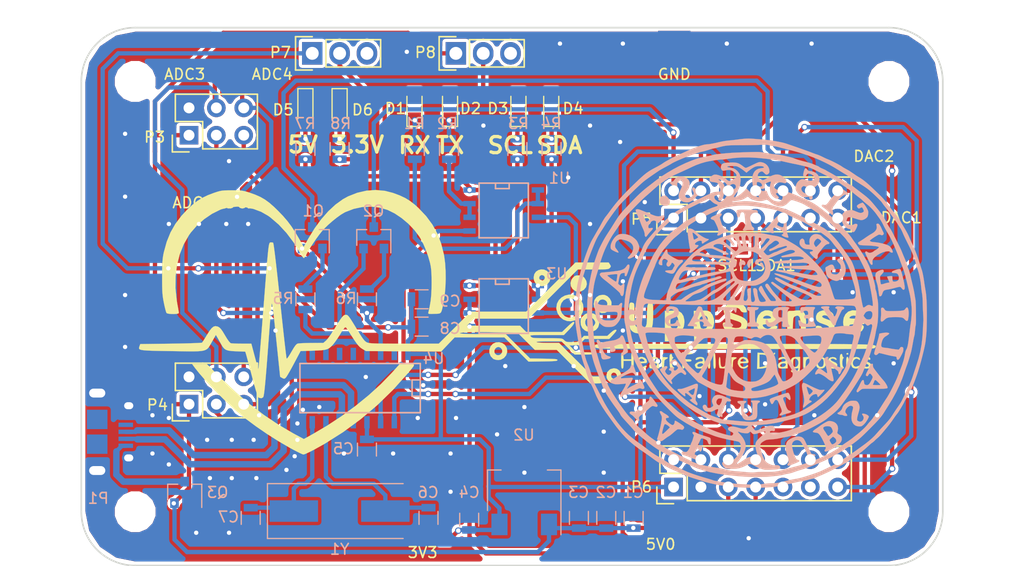
<source format=kicad_pcb>
(kicad_pcb (version 4) (host pcbnew 4.0.6-e0-6349~52~ubuntu17.04.1)
  (title_block (title "Backplane for UppSense") (date 2017-06-20) (rev 1.0) (company "Uppsala University"))
  (layers (0 F.Cu signal) (31 B.Cu signal) (34 B.Paste user) (35 F.Paste user) (36 B.SilkS user hide) (37 F.SilkS user) (38 B.Mask user) (39 F.Mask user) (44 Edge.Cuts user))
  (net 0 "")
  (net 1 GND)
  (net 2 ADC1)
  (net 3 ADC2)
  (net 4 DAC1)
  (net 5 ADC3)
  (net 6 DAC2)
  (net 7 GPIO1)
  (net 8 GPIO2)
  (net 9 I2C_SCL)
  (net 10 GPIO3)
  (net 11 I2C_SDA)
  (net 12 GPIO4)
  (net 13 UART_TX)
  (net 14 5V)
  (net 15 ADC4)
  (net 16 GPIO0)
  (net 17 UART_RX)
  (net 18 nRST)
  (net 19 3.3V)
  (net 20 "Net-(C6-Pad1)")
  (net 21 "Net-(C7-Pad1)")
  (net 22 LED_5V)
  (net 23 "Net-(D5-Pad2)")
  (net 24 "Net-(D6-Pad2)")
  (net 25 D-)
  (net 26 D+)
  (net 27 LED_3.3V)
  (net 28 "Net-(Q1-Pad1)")
  (net 29 RTS)
  (net 30 "Net-(Q2-Pad1)")
  (net 31 DTR)
  (net 32 "Net-(R1-Pad2)")
  (net 33 "Net-(R2-Pad2)")
  (net 34 "Net-(R3-Pad2)")
  (net 35 "Net-(R4-Pad2)")
  (net 36 "Net-(P1-Pad1)")
  (net 37 "Net-(D1-Pad1)")
  (net 38 "Net-(D2-Pad1)")
  (net 39 "Net-(D3-Pad1)")
  (net 40 "Net-(D4-Pad1)")
  (module myVias:Stitchging-Via-0.4-0.7 (layer F.Cu) (at 182.294 67.708)
    (fp_text reference REF** hide)
    (fp_text value Stitching-Via-0.5-0.7)
    (pad "" thru_hole circle (at 0 0) (size 0.7 0.7) (drill 0.4) (layers *.Cu) (net 1 GND))
  )
  (module myVias:Stitchging-Via-0.4-0.7 (layer F.Cu) (at 174.42 67.708)
    (fp_text reference REF** hide)
    (fp_text value Stitching-Via-0.5-0.7)
    (pad "" thru_hole circle (at 0 0) (size 0.7 0.7) (drill 0.4) (layers *.Cu) (net 1 GND))
  )
  (module myVias:Stitchging-Via-0.4-0.7 (layer F.Cu) (at 164.768 67.708)
    (fp_text reference REF** hide)
    (fp_text value Stitching-Via-0.5-0.7)
    (pad "" thru_hole circle (at 0 0) (size 0.7 0.7) (drill 0.4) (layers *.Cu) (net 1 GND))
  )
  (module myVias:Stitchging-Via-0.4-0.7 (layer F.Cu) (at 158.926 67.708)
    (fp_text reference REF** hide)
    (fp_text value Stitching-Via-0.5-0.7)
    (pad "" thru_hole circle (at 0 0) (size 0.7 0.7) (drill 0.4) (layers *.Cu) (net 1 GND))
  )
  (module myVias:Stitchging-Via-0.4-0.7 (layer F.Cu) (at 168.07 104.792)
    (fp_text reference REF** hide)
    (fp_text value Stitching-Via-0.5-0.7)
    (pad "" thru_hole circle (at 0 0) (size 0.7 0.7) (drill 0.4) (layers *.Cu) (net 1 GND))
  )
  (module myVias:Stitchging-Via-0.4-0.7 (layer F.Cu) (at 176.452 113.682)
    (fp_text reference REF** hide)
    (fp_text value Stitching-Via-0.5-0.7)
    (pad "" thru_hole circle (at 0 0) (size 0.7 0.7) (drill 0.4) (layers *.Cu) (net 1 GND))
  )
  (module myVias:Stitchging-Via-0.4-0.7 (layer F.Cu) (at 130.986 102.252)
    (fp_text reference REF** hide)
    (fp_text value Stitching-Via-0.5-0.7)
    (pad "" thru_hole circle (at 0 0) (size 0.7 0.7) (drill 0.4) (layers *.Cu) (net 1 GND))
  )
  (module myVias:Stitchging-Via-0.4-0.7 (layer F.Cu) (at 136.574 101.49)
    (fp_text reference REF** hide)
    (fp_text value Stitching-Via-0.5-0.7)
    (pad "" thru_hole circle (at 0 0) (size 0.7 0.7) (drill 0.4) (layers *.Cu) (net 1 GND))
  )
  (module myVias:Stitchging-Via-0.4-0.7 (layer F.Cu) (at 135.05 101.744)
    (fp_text reference REF** hide)
    (fp_text value Stitching-Via-0.5-0.7)
    (pad "" thru_hole circle (at 0 0) (size 0.7 0.7) (drill 0.4) (layers *.Cu) (net 1 GND))
  )
  (module myVias:Stitchging-Via-0.4-0.7 (layer F.Cu) (at 122.604 106.824)
    (fp_text reference REF** hide)
    (fp_text value Stitching-Via-0.5-0.7)
    (pad "" thru_hole circle (at 0 0) (size 0.7 0.7) (drill 0.4) (layers *.Cu) (net 1 GND))
  )
  (module myVias:Stitchging-Via-0.4-0.7 (layer F.Cu) (at 121.08 105.808)
    (fp_text reference REF** hide)
    (fp_text value Stitching-Via-0.5-0.7)
    (pad "" thru_hole circle (at 0 0) (size 0.7 0.7) (drill 0.4) (layers *.Cu) (net 1 GND))
  )
  (module myVias:Stitchging-Via-0.4-0.7 (layer F.Cu) (at 122.604 102.506)
    (fp_text reference REF** hide)
    (fp_text value Stitching-Via-0.5-0.7)
    (pad "" thru_hole circle (at 0 0) (size 0.7 0.7) (drill 0.4) (layers *.Cu) (net 1 GND))
  )
  (module myVias:Stitchging-Via-0.4-0.7 (layer F.Cu) (at 134.288 106.062)
    (fp_text reference REF** hide)
    (fp_text value Stitching-Via-0.5-0.7)
    (pad "" thru_hole circle (at 0 0) (size 0.7 0.7) (drill 0.4) (layers *.Cu) (net 1 GND))
  )
  (module myVias:Stitchging-Via-0.4-0.7 (layer F.Cu) (at 134.542 104.538)
    (fp_text reference REF** hide)
    (fp_text value Stitching-Via-0.5-0.7)
    (pad "" thru_hole circle (at 0 0) (size 0.7 0.7) (drill 0.4) (layers *.Cu) (net 1 GND))
  )
  (module myVias:Stitchging-Via-0.4-0.7 (layer F.Cu) (at 130.732 108.094)
    (fp_text reference REF** hide)
    (fp_text value Stitching-Via-0.5-0.7)
    (pad "" thru_hole circle (at 0 0) (size 0.7 0.7) (drill 0.4) (layers *.Cu) (net 1 GND))
  )
  (module myVias:Stitchging-Via-0.4-0.7 (layer F.Cu) (at 126.414 108.094)
    (fp_text reference REF** hide)
    (fp_text value Stitching-Via-0.5-0.7)
    (pad "" thru_hole circle (at 0 0) (size 0.7 0.7) (drill 0.4) (layers *.Cu) (net 1 GND))
  )
  (module myVias:Stitchging-Via-0.4-0.7 (layer F.Cu) (at 130.478 104.538)
    (fp_text reference REF** hide)
    (fp_text value Stitching-Via-0.5-0.7)
    (pad "" thru_hole circle (at 0 0) (size 0.7 0.7) (drill 0.4) (layers *.Cu) (net 1 GND))
  )
  (module myVias:Stitchging-Via-0.4-0.7 (layer F.Cu) (at 126.16 104.538)
    (fp_text reference REF** hide)
    (fp_text value Stitching-Via-0.5-0.7)
    (pad "" thru_hole circle (at 0 0) (size 0.7 0.7) (drill 0.4) (layers *.Cu) (net 1 GND))
  )
  (module myVias:Stitchging-Via-0.4-0.7 (layer F.Cu) (at 164.768 94.378)
    (fp_text reference REF** hide)
    (fp_text value Stitching-Via-0.5-0.7)
    (pad "" thru_hole circle (at 0 0) (size 0.7 0.7) (drill 0.4) (layers *.Cu) (net 1 GND))
  )
  (module myVias:Stitchging-Via-0.4-0.7 (layer F.Cu) (at 164.768 89.806)
    (fp_text reference REF** hide)
    (fp_text value Stitching-Via-0.5-0.7)
    (pad "" thru_hole circle (at 0 0) (size 0.7 0.7) (drill 0.4) (layers *.Cu) (net 1 GND))
  )
  (module myVias:Stitchging-Via-0.4-0.7 (layer F.Cu) (at 166.8 82.44)
    (fp_text reference REF** hide)
    (fp_text value Stitching-Via-0.5-0.7)
    (pad "" thru_hole circle (at 0 0) (size 0.7 0.7) (drill 0.4) (layers *.Cu) (net 1 GND))
  )
  (module myVias:Stitchging-Via-0.4-0.7 (layer F.Cu) (at 164.514 76.852)
    (fp_text reference REF** hide)
    (fp_text value Stitching-Via-0.5-0.7)
    (pad "" thru_hole circle (at 0 0) (size 0.7 0.7) (drill 0.4) (layers *.Cu) (net 1 GND))
  )
  (module myVias:Stitchging-Via-0.4-0.7 (layer F.Cu) (at 144.702 68.47)
    (fp_text reference REF** hide)
    (fp_text value Stitching-Via-0.5-0.7)
    (pad "" thru_hole circle (at 0 0) (size 0.7 0.7) (drill 0.4) (layers *.Cu) (net 1 GND))
  )
  (module myVias:Stitchging-Via-0.4-0.7 (layer F.Cu) (at 128.192 78.63)
    (fp_text reference REF** hide)
    (fp_text value Stitching-Via-0.5-0.7)
    (pad "" thru_hole circle (at 0 0) (size 0.7 0.7) (drill 0.4) (layers *.Cu) (net 1 GND))
  )
  (module myVias:Stitchging-Via-0.4-0.7 (layer F.Cu) (at 132.51 94.378)
    (fp_text reference REF** hide)
    (fp_text value Stitching-Via-0.5-0.7)
    (pad "" thru_hole circle (at 0 0) (size 0.7 0.7) (drill 0.4) (layers *.Cu) (net 1 GND))
  )
  (module myVias:Stitchging-Via-0.4-0.7 (layer F.Cu) (at 129.97 84.472)
    (fp_text reference REF** hide)
    (fp_text value Stitching-Via-0.5-0.7)
    (pad "" thru_hole circle (at 0 0) (size 0.7 0.7) (drill 0.4) (layers *.Cu) (net 1 GND))
  )
  (module myVias:Stitchging-Via-0.4-0.7 (layer F.Cu) (at 127.938 84.472)
    (fp_text reference REF** hide)
    (fp_text value Stitching-Via-0.5-0.7)
    (pad "" thru_hole circle (at 0 0) (size 0.7 0.7) (drill 0.4) (layers *.Cu) (net 1 GND))
  )
  (module myVias:Stitchging-Via-0.4-0.7 (layer F.Cu) (at 125.398 84.472)
    (fp_text reference REF** hide)
    (fp_text value Stitching-Via-0.5-0.7)
    (pad "" thru_hole circle (at 0 0) (size 0.7 0.7) (drill 0.4) (layers *.Cu) (net 1 GND))
  )
  (module myVias:Stitchging-Via-0.4-0.7 (layer F.Cu) (at 122.604 84.472)
    (fp_text reference REF** hide)
    (fp_text value Stitching-Via-0.5-0.7)
    (pad "" thru_hole circle (at 0 0) (size 0.7 0.7) (drill 0.4) (layers *.Cu) (net 1 GND))
  )
  (module myVias:Stitchging-Via-0.4-0.7 (layer F.Cu) (at 118.54 95.902)
    (fp_text reference REF** hide)
    (fp_text value Stitching-Via-0.5-0.7)
    (pad "" thru_hole circle (at 0 0) (size 0.7 0.7) (drill 0.4) (layers *.Cu) (net 1 GND))
  )
  (module myVias:Stitchging-Via-0.4-0.7 (layer F.Cu) (at 118.54 81.932)
    (fp_text reference REF** hide)
    (fp_text value Stitching-Via-0.5-0.7)
    (pad "" thru_hole circle (at 0 0) (size 0.7 0.7) (drill 0.4) (layers *.Cu) (net 1 GND))
  )
  (module myVias:Stitchging-Via-0.4-0.7 (layer F.Cu) (at 118.54 76.09)
    (fp_text reference REF** hide)
    (fp_text value Stitching-Via-0.5-0.7)
    (pad "" thru_hole circle (at 0 0) (size 0.7 0.7) (drill 0.4) (layers *.Cu) (net 1 GND))
  )
  (module myVias:Stitchging-Via-0.4-0.7 (layer F.Cu) (at 118.54 91.076)
    (fp_text reference REF** hide)
    (fp_text value Stitching-Via-0.5-0.7)
    (pad "" thru_hole circle (at 0 0) (size 0.7 0.7) (drill 0.4) (layers *.Cu) (net 1 GND))
  )
  (module myVias:Stitchging-Via-0.4-0.7 (layer F.Cu) (at 121.08 102.252)
    (fp_text reference REF** hide)
    (fp_text value Stitching-Via-0.5-0.7)
    (pad "" thru_hole circle (at 0 0) (size 0.7 0.7) (drill 0.4) (layers *.Cu) (net 1 GND))
  )
  (module myVias:Stitchging-Via-0.4-0.7 (layer F.Cu) (at 128.446 104.538)
    (fp_text reference REF** hide)
    (fp_text value Stitching-Via-0.5-0.7)
    (pad "" thru_hole circle (at 0 0) (size 0.7 0.7) (drill 0.4) (layers *.Cu) (net 1 GND))
  )
  (module myVias:Stitchging-Via-0.4-0.7 (layer F.Cu) (at 133.526 107.332)
    (fp_text reference REF** hide)
    (fp_text value Stitching-Via-0.5-0.7)
    (pad "" thru_hole circle (at 0 0) (size 0.7 0.7) (drill 0.4) (layers *.Cu) (net 1 GND))
  )
  (module myVias:Stitchging-Via-0.4-0.7 (layer F.Cu) (at 134.542 103.014)
    (fp_text reference REF** hide)
    (fp_text value Stitching-Via-0.5-0.7)
    (pad "" thru_hole circle (at 0 0) (size 0.7 0.7) (drill 0.4) (layers *.Cu) (net 1 GND))
  )
  (module myVias:Stitchging-Via-0.4-0.7 (layer F.Cu) (at 128.192 113.174)
    (fp_text reference REF** hide)
    (fp_text value Stitching-Via-0.5-0.7)
    (pad "" thru_hole circle (at 0 0) (size 0.7 0.7) (drill 0.4) (layers *.Cu) (net 1 GND))
  )
  (module myVias:Stitchging-Via-0.4-0.7 (layer F.Cu) (at 128.446 108.094)
    (fp_text reference REF** hide)
    (fp_text value Stitching-Via-0.5-0.7)
    (pad "" thru_hole circle (at 0 0) (size 0.7 0.7) (drill 0.4) (layers *.Cu) (net 1 GND))
  )
  (module myVias:Stitchging-Via-0.4-0.7 (layer F.Cu) (at 125.144 113.174)
    (fp_text reference REF** hide)
    (fp_text value Stitching-Via-0.5-0.7)
    (pad "" thru_hole circle (at 0 0) (size 0.7 0.7) (drill 0.4) (layers *.Cu) (net 1 GND))
  )
  (module myVias:Stitchging-Via-0.4-0.7 (layer F.Cu) (at 140.892 98.696)
    (fp_text reference REF** hide)
    (fp_text value Stitching-Via-0.5-0.7)
    (pad "" thru_hole circle (at 0 0) (size 0.7 0.7) (drill 0.4) (layers *.Cu) (net 1 GND))
  )
  (module myVias:Stitchging-Via-0.4-0.7 (layer F.Cu) (at 146.226 99.458)
    (fp_text reference REF** hide)
    (fp_text value Stitching-Via-0.5-0.7)
    (pad "" thru_hole circle (at 0 0) (size 0.7 0.7) (drill 0.4) (layers *.Cu) (net 1 GND))
  )
  (module myVias:Stitchging-Via-0.4-0.7 (layer F.Cu) (at 160.196 97.68)
    (fp_text reference REF** hide)
    (fp_text value Stitching-Via-0.5-0.7)
    (pad "" thru_hole circle (at 0 0) (size 0.7 0.7) (drill 0.4) (layers *.Cu) (net 1 GND))
  )
  (module myVias:Stitchging-Via-0.4-0.7 (layer F.Cu) (at 153.846 97.68)
    (fp_text reference REF** hide)
    (fp_text value Stitching-Via-0.5-0.7)
    (pad "" thru_hole circle (at 0 0) (size 0.7 0.7) (drill 0.4) (layers *.Cu) (net 1 GND))
  )
  (module myVias:Stitchging-Via-0.4-0.7 (layer F.Cu) (at 151.814 75.328)
    (fp_text reference REF** hide)
    (fp_text value Stitching-Via-0.5-0.7)
    (pad "" thru_hole circle (at 0 0) (size 0.7 0.7) (drill 0.4) (layers *.Cu) (net 1 GND))
  )
  (module myVias:Stitchging-Via-0.4-0.7 (layer F.Cu) (at 159.688 80.154)
    (fp_text reference REF** hide)
    (fp_text value Stitching-Via-0.5-0.7)
    (pad "" thru_hole circle (at 0 0) (size 0.7 0.7) (drill 0.4) (layers *.Cu) (net 1 GND))
  )
  (module myVias:Stitchging-Via-0.4-0.7 (layer F.Cu) (at 161.72 75.328)
    (fp_text reference REF** hide)
    (fp_text value Stitching-Via-0.5-0.7)
    (pad "" thru_hole circle (at 0 0) (size 0.7 0.7) (drill 0.4) (layers *.Cu) (net 1 GND))
  )
  (module myVias:Stitchging-Via-0.4-0.7 (layer F.Cu) (at 161.72 84.472)
    (fp_text reference REF** hide)
    (fp_text value Stitching-Via-0.5-0.7)
    (pad "" thru_hole circle (at 0 0) (size 0.7 0.7) (drill 0.4) (layers *.Cu) (net 1 GND))
  )
  (module myVias:Stitchging-Via-0.4-0.7 (layer F.Cu) (at 161.72 91.076)
    (fp_text reference REF** hide)
    (fp_text value Stitching-Via-0.5-0.7)
    (pad "" thru_hole circle (at 0 0) (size 0.7 0.7) (drill 0.4) (layers *.Cu) (net 1 GND))
  )
  (module myVias:Stitchging-Via-0.4-0.7 (layer F.Cu) (at 189.914 97.426)
    (fp_text reference REF** hide)
    (fp_text value Stitching-Via-0.5-0.7)
    (pad "" thru_hole circle (at 0 0) (size 0.7 0.7) (drill 0.4) (layers *.Cu) (net 1 GND))
  )
  (module myVias:Stitchging-Via-0.4-0.7 (layer F.Cu) (at 186.104 90.822)
    (fp_text reference REF** hide)
    (fp_text value Stitching-Via-0.5-0.7)
    (pad "" thru_hole circle (at 0 0) (size 0.7 0.7) (drill 0.4) (layers *.Cu) (net 1 GND))
  )
  (module myVias:Stitchging-Via-0.4-0.7 (layer F.Cu) (at 189.914 90.822)
    (fp_text reference REF** hide)
    (fp_text value Stitching-Via-0.5-0.7)
    (pad "" thru_hole circle (at 0 0) (size 0.7 0.7) (drill 0.4) (layers *.Cu) (net 1 GND))
  )
  (module myVias:Stitchging-Via-0.4-0.7 (layer F.Cu) (at 188.39 102.252)
    (fp_text reference REF** hide)
    (fp_text value Stitching-Via-0.5-0.7)
    (pad "" thru_hole circle (at 0 0) (size 0.7 0.7) (drill 0.4) (layers *.Cu) (net 1 GND))
  )
  (module myVias:Stitchging-Via-0.4-0.7 (layer F.Cu) (at 182.294 93.362)
    (fp_text reference REF** hide)
    (fp_text value Stitching-Via-0.5-0.7)
    (pad "" thru_hole circle (at 0 0) (size 0.7 0.7) (drill 0.4) (layers *.Cu) (net 1 GND))
  )
  (module myVias:Stitchging-Via-0.4-0.7 (layer F.Cu) (at 182.548 102.252)
    (fp_text reference REF** hide)
    (fp_text value Stitching-Via-0.5-0.7)
    (pad "" thru_hole circle (at 0 0) (size 0.7 0.7) (drill 0.4) (layers *.Cu) (net 1 GND))
  )
  (module myVias:Stitchging-Via-0.4-0.7 (layer F.Cu) (at 177.976 97.426)
    (fp_text reference REF** hide)
    (fp_text value Stitching-Via-0.5-0.7)
    (pad "" thru_hole circle (at 0 0) (size 0.7 0.7) (drill 0.4) (layers *.Cu) (net 1 GND))
  )
  (module myVias:Stitchging-Via-0.4-0.7 (layer F.Cu) (at 177.976 101.236)
    (fp_text reference REF** hide)
    (fp_text value Stitching-Via-0.5-0.7)
    (pad "" thru_hole circle (at 0 0) (size 0.7 0.7) (drill 0.4) (layers *.Cu) (net 1 GND))
  )
  (module myVias:Stitchging-Via-0.4-0.7 (layer F.Cu) (at 169.594 97.426)
    (fp_text reference REF** hide)
    (fp_text value Stitching-Via-0.5-0.7)
    (pad "" thru_hole circle (at 0 0) (size 0.7 0.7) (drill 0.4) (layers *.Cu) (net 1 GND))
  )
  (module myVias:Stitchging-Via-0.4-0.7 (layer F.Cu) (at 171.88 100.474)
    (fp_text reference REF** hide)
    (fp_text value Stitching-Via-0.5-0.7)
    (pad "" thru_hole circle (at 0 0) (size 0.7 0.7) (drill 0.4) (layers *.Cu) (net 1 GND))
  )
  (module myVias:Stitchging-Via-0.4-0.7 (layer F.Cu) (at 155.624 107.586)
    (fp_text reference REF** hide)
    (fp_text value Stitching-Via-0.5-0.7)
    (pad "" thru_hole circle (at 0 0) (size 0.7 0.7) (drill 0.4) (layers *.Cu) (net 1 GND))
  )
  (module myVias:Stitchging-Via-0.4-0.7 (layer F.Cu) (at 153.084 104.03)
    (fp_text reference REF** hide)
    (fp_text value Stitching-Via-0.5-0.7)
    (pad "" thru_hole circle (at 0 0) (size 0.7 0.7) (drill 0.4) (layers *.Cu) (net 1 GND))
  )
  (module myVias:Stitchging-Via-0.4-0.7 (layer F.Cu) (at 149.274 102.506)
    (fp_text reference REF** hide)
    (fp_text value Stitching-Via-0.5-0.7)
    (pad "" thru_hole circle (at 0 0) (size 0.7 0.7) (drill 0.4) (layers *.Cu) (net 1 GND))
  )
  (module myVias:Stitchging-Via-0.4-0.7 (layer F.Cu) (at 155.624 101.49)
    (fp_text reference REF** hide)
    (fp_text value Stitching-Via-0.5-0.7)
    (pad "" thru_hole circle (at 0 0) (size 0.7 0.7) (drill 0.4) (layers *.Cu) (net 1 GND))
  )
  (module myVias:Stitchging-Via-0.4-0.7 (layer F.Cu) (at 162.99 99.966)
    (fp_text reference REF** hide)
    (fp_text value Stitching-Via-0.5-0.7)
    (pad "" thru_hole circle (at 0 0) (size 0.7 0.7) (drill 0.4) (layers *.Cu) (net 1 GND))
  )
  (module myVias:Stitchging-Via-0.4-0.7 (layer F.Cu) (at 162.99 103.776)
    (fp_text reference REF** hide)
    (fp_text value Stitching-Via-0.5-0.7)
    (pad "" thru_hole circle (at 0 0) (size 0.7 0.7) (drill 0.4) (layers *.Cu) (net 1 GND))
  )
  (module myVias:Stitchging-Via-0.4-0.7 (layer F.Cu) (at 162.99 107.586)
    (fp_text reference REF** hide)
    (fp_text value Stitching-Via-0.5-0.7)
    (pad "" thru_hole circle (at 0 0) (size 0.7 0.7) (drill 0.4) (layers *.Cu) (net 1 GND))
  )
  (module myVias:Stitchging-Via-0.4-0.7 (layer F.Cu) (at 138.86 105.808)
    (fp_text reference REF** hide)
    (fp_text value Stitching-Via-0.5-0.7)
    (pad "" thru_hole circle (at 0 0) (size 0.7 0.7) (drill 0.4) (layers *.Cu) (net 1 GND))
  )
  (module myVias:Stitchging-Via-0.4-0.7 (layer F.Cu) (at 148.766 109.364)
    (fp_text reference REF** hide)
    (fp_text value Stitching-Via-0.5-0.7)
    (pad "" thru_hole circle (at 0 0) (size 0.7 0.7) (drill 0.4) (layers *.Cu) (net 1 GND))
  )
  (module myVias:Stitchging-Via-0.4-0.7 (layer F.Cu) (at 148.766 105.808)
    (fp_text reference REF** hide)
    (fp_text value Stitching-Via-0.5-0.7)
    (pad "" thru_hole circle (at 0 0) (size 0.7 0.7) (drill 0.4) (layers *.Cu) (net 1 GND))
  )
  (module myVias:Stitchging-Via-0.4-0.7 (layer F.Cu) (at 143.432 105.808)
    (fp_text reference REF** hide)
    (fp_text value Stitching-Via-0.5-0.7)
    (pad "" thru_hole circle (at 0 0) (size 0.7 0.7) (drill 0.4) (layers *.Cu) (net 1 GND))
  )
  (module myTestPoints:TP_SMD_quadr_1mm (layer F.Cu) (at 184.912 78.18)
    (fp_text reference DAC2 (at 3.175 0) (layer F.SilkS))
    (fp_text value TEST)
    (pad 1 smd rect (at 0 0) (size 1 1) (layers F.Cu F.Paste F.Mask) (net 6 DAC2))
  )
  (module myTestPoints:TP_SMD_quadr_3mm (layer F.Cu) (at 169.545 68.02)
    (fp_text reference GND1 hide)
    (fp_text value TEST)
    (pad 1 smd rect (at 0 0) (size 3 3) (layers F.Cu F.Paste F.Mask) (net 1 GND))
  )
  (module Pin_Headers:Pin_Header_Straight_2x03 (layer F.Cu) (at 124.476 76.222 90)
    (fp_text reference P3 (at -0.18 -3.191 180) (layer F.SilkS))
    (fp_text value CONN_02X03)
    (pad 1 thru_hole rect (at 0 0 90) (size 1.7272 1.7272) (drill 1.016) (layers *.Cu *.Mask) (net 14 5V))
    (pad 2 thru_hole oval (at 2.54 0 90) (size 1.7272 1.7272) (drill 1.016) (layers *.Cu *.Mask) (net 1 GND))
    (pad 3 thru_hole oval (at 0 2.54 90) (size 1.7272 1.7272) (drill 1.016) (layers *.Cu *.Mask) (net 2 ADC1))
    (pad 4 thru_hole oval (at 2.54 2.54 90) (size 1.7272 1.7272) (drill 1.016) (layers *.Cu *.Mask) (net 5 ADC3))
    (pad 5 thru_hole oval (at 0 5.08 90) (size 1.7272 1.7272) (drill 1.016) (layers *.Cu *.Mask) (net 3 ADC2))
    (pad 6 thru_hole oval (at 2.54 5.08 90) (size 1.7272 1.7272) (drill 1.016) (layers *.Cu *.Mask) (net 15 ADC4))
  )
  (module Pin_Headers:Pin_Header_Straight_2x03 (layer F.Cu) (at 124.476 101.222 90)
    (fp_text reference P4 (at -0.072 -2.937 180) (layer F.SilkS))
    (fp_text value CONN_02X03)
    (pad 1 thru_hole rect (at 0 0 90) (size 1.7272 1.7272) (drill 1.016) (layers *.Cu *.Mask) (net 14 5V))
    (pad 2 thru_hole oval (at 2.54 0 90) (size 1.7272 1.7272) (drill 1.016) (layers *.Cu *.Mask) (net 1 GND))
    (pad 3 thru_hole oval (at 0 2.54 90) (size 1.7272 1.7272) (drill 1.016) (layers *.Cu *.Mask) (net 2 ADC1))
    (pad 4 thru_hole oval (at 2.54 2.54 90) (size 1.7272 1.7272) (drill 1.016) (layers *.Cu *.Mask) (net 5 ADC3))
    (pad 5 thru_hole oval (at 0 5.08 90) (size 1.7272 1.7272) (drill 1.016) (layers *.Cu *.Mask) (net 3 ADC2))
    (pad 6 thru_hole oval (at 2.54 5.08 90) (size 1.7272 1.7272) (drill 1.016) (layers *.Cu *.Mask) (net 15 ADC4))
  )
  (module Pin_Headers:Pin_Header_Straight_2x07 (layer F.Cu) (at 169.476 83.922 90)
    (fp_text reference P5 (at -0.1 -2.979 180) (layer F.SilkS))
    (fp_text value CONN_02X07)
    (pad 1 thru_hole rect (at 0 0 90) (size 1.7272 1.7272) (drill 1.016) (layers *.Cu *.Mask) (net 19 3.3V))
    (pad 2 thru_hole oval (at 2.54 0 90) (size 1.7272 1.7272) (drill 1.016) (layers *.Cu *.Mask) (net 16 GPIO0))
    (pad 3 thru_hole oval (at 0 2.54 90) (size 1.7272 1.7272) (drill 1.016) (layers *.Cu *.Mask) (net 1 GND))
    (pad 4 thru_hole oval (at 2.54 2.54 90) (size 1.7272 1.7272) (drill 1.016) (layers *.Cu *.Mask) (net 7 GPIO1))
    (pad 5 thru_hole oval (at 0 5.08 90) (size 1.7272 1.7272) (drill 1.016) (layers *.Cu *.Mask) (net 9 I2C_SCL))
    (pad 6 thru_hole oval (at 2.54 5.08 90) (size 1.7272 1.7272) (drill 1.016) (layers *.Cu *.Mask) (net 8 GPIO2))
    (pad 7 thru_hole oval (at 0 7.62 90) (size 1.7272 1.7272) (drill 1.016) (layers *.Cu *.Mask) (net 11 I2C_SDA))
    (pad 8 thru_hole oval (at 2.54 7.62 90) (size 1.7272 1.7272) (drill 1.016) (layers *.Cu *.Mask) (net 10 GPIO3))
    (pad 9 thru_hole oval (at 0 10.16 90) (size 1.7272 1.7272) (drill 1.016) (layers *.Cu *.Mask) (net 13 UART_TX))
    (pad 10 thru_hole oval (at 2.54 10.16 90) (size 1.7272 1.7272) (drill 1.016) (layers *.Cu *.Mask) (net 12 GPIO4))
    (pad 11 thru_hole oval (at 0 12.7 90) (size 1.7272 1.7272) (drill 1.016) (layers *.Cu *.Mask) (net 17 UART_RX))
    (pad 12 thru_hole oval (at 2.54 12.7 90) (size 1.7272 1.7272) (drill 1.016) (layers *.Cu *.Mask) (net 18 nRST))
    (pad 13 thru_hole oval (at 0 15.24 90) (size 1.7272 1.7272) (drill 1.016) (layers *.Cu *.Mask) (net 4 DAC1))
    (pad 14 thru_hole oval (at 2.54 15.24 90) (size 1.7272 1.7272) (drill 1.016) (layers *.Cu *.Mask) (net 6 DAC2))
  )
  (module Pin_Headers:Pin_Header_Straight_2x07 (layer F.Cu) (at 169.476 108.922 90)
    (fp_text reference P6 (at 0.008 -2.979 180) (layer F.SilkS))
    (fp_text value CONN_02X07)
    (pad 1 thru_hole rect (at 0 0 90) (size 1.7272 1.7272) (drill 1.016) (layers *.Cu *.Mask) (net 19 3.3V))
    (pad 2 thru_hole oval (at 2.54 0 90) (size 1.7272 1.7272) (drill 1.016) (layers *.Cu *.Mask))
    (pad 3 thru_hole oval (at 0 2.54 90) (size 1.7272 1.7272) (drill 1.016) (layers *.Cu *.Mask) (net 1 GND))
    (pad 4 thru_hole oval (at 2.54 2.54 90) (size 1.7272 1.7272) (drill 1.016) (layers *.Cu *.Mask) (net 7 GPIO1))
    (pad 5 thru_hole oval (at 0 5.08 90) (size 1.7272 1.7272) (drill 1.016) (layers *.Cu *.Mask) (net 9 I2C_SCL))
    (pad 6 thru_hole oval (at 2.54 5.08 90) (size 1.7272 1.7272) (drill 1.016) (layers *.Cu *.Mask) (net 8 GPIO2))
    (pad 7 thru_hole oval (at 0 7.62 90) (size 1.7272 1.7272) (drill 1.016) (layers *.Cu *.Mask) (net 11 I2C_SDA))
    (pad 8 thru_hole oval (at 2.54 7.62 90) (size 1.7272 1.7272) (drill 1.016) (layers *.Cu *.Mask) (net 10 GPIO3))
    (pad 9 thru_hole oval (at 0 10.16 90) (size 1.7272 1.7272) (drill 1.016) (layers *.Cu *.Mask))
    (pad 10 thru_hole oval (at 2.54 10.16 90) (size 1.7272 1.7272) (drill 1.016) (layers *.Cu *.Mask) (net 12 GPIO4))
    (pad 11 thru_hole oval (at 0 12.7 90) (size 1.7272 1.7272) (drill 1.016) (layers *.Cu *.Mask))
    (pad 12 thru_hole oval (at 2.54 12.7 90) (size 1.7272 1.7272) (drill 1.016) (layers *.Cu *.Mask))
    (pad 13 thru_hole oval (at 0 15.24 90) (size 1.7272 1.7272) (drill 1.016) (layers *.Cu *.Mask) (net 4 DAC1))
    (pad 14 thru_hole oval (at 2.54 15.24 90) (size 1.7272 1.7272) (drill 1.016) (layers *.Cu *.Mask) (net 6 DAC2))
  )
  (module SMD_Packages:SO-16-N (layer B.Cu) (at 140.366 99.727 180)
    (fp_text reference U4 (at -6.827 2.751 180) (layer B.SilkS) (effects (justify mirror)))
    (fp_text value CH340G)
    (pad 16 smd rect (at -4.445 3.175 180) (size 0.508 1.143) (layers B.Cu B.Paste B.Mask) (net 19 3.3V))
    (pad 14 smd rect (at -1.905 3.175 180) (size 0.508 1.143) (layers B.Cu B.Paste B.Mask) (net 29 RTS))
    (pad 13 smd rect (at -0.635 3.175 180) (size 0.508 1.143) (layers B.Cu B.Paste B.Mask) (net 31 DTR))
    (pad 12 smd rect (at 0.635 3.175 180) (size 0.508 1.143) (layers B.Cu B.Paste B.Mask))
    (pad 11 smd rect (at 1.905 3.175 180) (size 0.508 1.143) (layers B.Cu B.Paste B.Mask))
    (pad 10 smd rect (at 3.175 3.175 180) (size 0.508 1.143) (layers B.Cu B.Paste B.Mask))
    (pad 9 smd rect (at 4.445 3.175 180) (size 0.508 1.143) (layers B.Cu B.Paste B.Mask))
    (pad 8 smd rect (at 4.445 -3.175 180) (size 0.508 1.143) (layers B.Cu B.Paste B.Mask) (net 21 "Net-(C7-Pad1)"))
    (pad 7 smd rect (at 3.175 -3.175 180) (size 0.508 1.143) (layers B.Cu B.Paste B.Mask) (net 20 "Net-(C6-Pad1)"))
    (pad 6 smd rect (at 1.905 -3.175 180) (size 0.508 1.143) (layers B.Cu B.Paste B.Mask) (net 25 D-))
    (pad 5 smd rect (at 0.635 -3.175 180) (size 0.508 1.143) (layers B.Cu B.Paste B.Mask) (net 26 D+))
    (pad 4 smd rect (at -0.635 -3.175 180) (size 0.508 1.143) (layers B.Cu B.Paste B.Mask) (net 19 3.3V))
    (pad 3 smd rect (at -1.905 -3.175 180) (size 0.508 1.143) (layers B.Cu B.Paste B.Mask) (net 17 UART_RX))
    (pad 2 smd rect (at -3.175 -3.175 180) (size 0.508 1.143) (layers B.Cu B.Paste B.Mask) (net 13 UART_TX))
    (pad 1 smd rect (at -4.445 -3.175 180) (size 0.508 1.143) (layers B.Cu B.Paste B.Mask) (net 1 GND))
    (pad 15 smd rect (at -3.175 3.175 180) (size 0.508 1.143) (layers B.Cu B.Paste B.Mask))
  )
  (module Resistors_SMD:R_0805 (layer B.Cu) (at 165.766 111.792 90)
    (fp_text reference C1 (at 2.37 -0.031 180) (layer B.SilkS) (effects (justify mirror)))
    (fp_text value 10u)
    (pad 1 smd rect (at -0.95 0 90) (size 0.7 1.3) (layers B.Cu B.Paste B.Mask) (net 14 5V))
    (pad 2 smd rect (at 0.95 0 90) (size 0.7 1.3) (layers B.Cu B.Paste B.Mask) (net 1 GND))
  )
  (module Resistors_SMD:R_0805 (layer B.Cu) (at 163.226 111.792 90)
    (fp_text reference C2 (at 2.37 -0.031 180) (layer B.SilkS) (effects (justify mirror)))
    (fp_text value 1u)
    (pad 1 smd rect (at -0.95 0 90) (size 0.7 1.3) (layers B.Cu B.Paste B.Mask) (net 14 5V))
    (pad 2 smd rect (at 0.95 0 90) (size 0.7 1.3) (layers B.Cu B.Paste B.Mask) (net 1 GND))
  )
  (module Resistors_SMD:R_0805 (layer B.Cu) (at 160.686 111.792 90)
    (fp_text reference C3 (at 2.37 -0.031 180) (layer B.SilkS) (effects (justify mirror)))
    (fp_text value 100n)
    (pad 1 smd rect (at -0.95 0 90) (size 0.7 1.3) (layers B.Cu B.Paste B.Mask) (net 14 5V))
    (pad 2 smd rect (at 0.95 0 90) (size 0.7 1.3) (layers B.Cu B.Paste B.Mask) (net 1 GND))
  )
  (module Resistors_SMD:R_0805 (layer B.Cu) (at 150.495 111.962 90)
    (fp_text reference C4 (at 2.54 0 180) (layer B.SilkS) (effects (justify mirror)))
    (fp_text value 1u)
    (pad 1 smd rect (at -0.95 0 90) (size 0.7 1.3) (layers B.Cu B.Paste B.Mask) (net 19 3.3V))
    (pad 2 smd rect (at 0.95 0 90) (size 0.7 1.3) (layers B.Cu B.Paste B.Mask) (net 1 GND))
  )
  (module Resistors_SMD:R_0805 (layer B.Cu) (at 141.001 105.442 270)
    (fp_text reference C5 (at -0.084 2.19 360) (layer B.SilkS) (effects (justify mirror)))
    (fp_text value 100n)
    (pad 1 smd rect (at -0.95 0 270) (size 0.7 1.3) (layers B.Cu B.Paste B.Mask) (net 19 3.3V))
    (pad 2 smd rect (at 0.95 0 270) (size 0.7 1.3) (layers B.Cu B.Paste B.Mask) (net 1 GND))
  )
  (module Resistors_SMD:R_0805 (layer B.Cu) (at 146.716 111.792 270)
    (fp_text reference C6 (at -2.37 0.031 360) (layer B.SilkS) (effects (justify mirror)))
    (fp_text value 22p)
    (pad 1 smd rect (at -0.95 0 270) (size 0.7 1.3) (layers B.Cu B.Paste B.Mask) (net 20 "Net-(C6-Pad1)"))
    (pad 2 smd rect (at 0.95 0 270) (size 0.7 1.3) (layers B.Cu B.Paste B.Mask) (net 1 GND))
  )
  (module Resistors_SMD:R_0805 (layer B.Cu) (at 130.206 111.792 270)
    (fp_text reference C7 (at -0.084 2.063 360) (layer B.SilkS) (effects (justify mirror)))
    (fp_text value 22p)
    (pad 1 smd rect (at -0.95 0 270) (size 0.7 1.3) (layers B.Cu B.Paste B.Mask) (net 21 "Net-(C7-Pad1)"))
    (pad 2 smd rect (at 0.95 0 270) (size 0.7 1.3) (layers B.Cu B.Paste B.Mask) (net 1 GND))
  )
  (module Resistors_SMD:R_0805 (layer B.Cu) (at 146.081 94.012)
    (fp_text reference C8 (at 2.636 0.17) (layer B.SilkS) (effects (justify mirror)))
    (fp_text value 1u)
    (pad 1 smd rect (at -0.95 0) (size 0.7 1.3) (layers B.Cu B.Paste B.Mask) (net 19 3.3V))
    (pad 2 smd rect (at 0.95 0) (size 0.7 1.3) (layers B.Cu B.Paste B.Mask) (net 1 GND))
  )
  (module Resistors_SMD:R_0805 (layer B.Cu) (at 146.081 91.472)
    (fp_text reference C9 (at 2.636 0.17) (layer B.SilkS) (effects (justify mirror)))
    (fp_text value 100n)
    (pad 1 smd rect (at -0.95 0) (size 0.7 1.3) (layers B.Cu B.Paste B.Mask) (net 19 3.3V))
    (pad 2 smd rect (at 0.95 0) (size 0.7 1.3) (layers B.Cu B.Paste B.Mask) (net 1 GND))
  )
  (module LEDs:LED_0805 (layer F.Cu) (at 145.415 73.608 90)
    (fp_text reference D1 (at -0.127 -1.778 180) (layer F.SilkS))
    (fp_text value LED)
    (pad 2 smd rect (at 1.1 0 270) (size 1.2 1.2) (layers F.Cu F.Paste F.Mask) (net 22 LED_5V))
    (pad 1 smd rect (at -1.1 0 270) (size 1.2 1.2) (layers F.Cu F.Paste F.Mask) (net 37 "Net-(D1-Pad1)"))
  )
  (module LEDs:LED_0805 (layer F.Cu) (at 148.717 73.608 90)
    (fp_text reference D2 (at -0.127 1.905 180) (layer F.SilkS))
    (fp_text value LED)
    (pad 2 smd rect (at 1.1 0 270) (size 1.2 1.2) (layers F.Cu F.Paste F.Mask) (net 22 LED_5V))
    (pad 1 smd rect (at -1.1 0 270) (size 1.2 1.2) (layers F.Cu F.Paste F.Mask) (net 38 "Net-(D2-Pad1)"))
  )
  (module LEDs:LED_0805 (layer F.Cu) (at 155.067 73.608 90)
    (fp_text reference D3 (at -0.127 -1.905 180) (layer F.SilkS))
    (fp_text value LED)
    (pad 2 smd rect (at 1.1 0 270) (size 1.2 1.2) (layers F.Cu F.Paste F.Mask) (net 22 LED_5V))
    (pad 1 smd rect (at -1.1 0 270) (size 1.2 1.2) (layers F.Cu F.Paste F.Mask) (net 39 "Net-(D3-Pad1)"))
  )
  (module LEDs:LED_0805 (layer F.Cu) (at 158.115 73.608 90)
    (fp_text reference D4 (at -0.127 2.032 180) (layer F.SilkS))
    (fp_text value LED)
    (pad 2 smd rect (at 1.1 0 270) (size 1.2 1.2) (layers F.Cu F.Paste F.Mask) (net 22 LED_5V))
    (pad 1 smd rect (at -1.1 0 270) (size 1.2 1.2) (layers F.Cu F.Paste F.Mask) (net 40 "Net-(D4-Pad1)"))
  )
  (module LEDs:LED_0805 (layer F.Cu) (at 135.286 73.692 270)
    (fp_text reference D5 (at 0.17 2.063 360) (layer F.SilkS))
    (fp_text value LED)
    (pad 2 smd rect (at 1.1 0 90) (size 1.2 1.2) (layers F.Cu F.Paste F.Mask) (net 23 "Net-(D5-Pad2)"))
    (pad 1 smd rect (at -1.1 0 90) (size 1.2 1.2) (layers F.Cu F.Paste F.Mask) (net 1 GND))
  )
  (module LEDs:LED_0805 (layer F.Cu) (at 138.461 73.692 270)
    (fp_text reference D6 (at 0.17 -2.128 360) (layer F.SilkS))
    (fp_text value LED)
    (pad 2 smd rect (at 1.1 0 90) (size 1.2 1.2) (layers F.Cu F.Paste F.Mask) (net 24 "Net-(D6-Pad2)"))
    (pad 1 smd rect (at -1.1 0 90) (size 1.2 1.2) (layers F.Cu F.Paste F.Mask) (net 1 GND))
  )
  (module mySamtec:Samtec-PHT-1-3-01-L-S (layer F.Cu) (at 135.921 68.612 90)
    (fp_text reference P7 (at 0.084 -2.952 180) (layer F.SilkS))
    (fp_text value CONN_01X03)
    (pad 1 thru_hole rect (at 0 0 90) (size 2.1 1.9) (drill 1.2) (layers *.Cu *.Mask) (net 19 3.3V))
    (pad 2 thru_hole oval (at 0 2.54 90) (size 2.1 1.9) (drill 1.2) (layers *.Cu *.Mask) (net 27 LED_3.3V))
    (pad 3 thru_hole oval (at 0 5.08 90) (size 2.1 1.9) (drill 1.2) (layers *.Cu *.Mask))
  )
  (module mySamtec:Samtec-PHT-1-3-01-L-S (layer F.Cu) (at 149.256 68.612 90)
    (fp_text reference P8 (at 0.084 -2.825 180) (layer F.SilkS))
    (fp_text value CONN_01X03)
    (pad 1 thru_hole rect (at 0 0 90) (size 2.1 1.9) (drill 1.2) (layers *.Cu *.Mask) (net 14 5V))
    (pad 2 thru_hole oval (at 0 2.54 90) (size 2.1 1.9) (drill 1.2) (layers *.Cu *.Mask) (net 22 LED_5V))
    (pad 3 thru_hole oval (at 0 5.08 90) (size 2.1 1.9) (drill 1.2) (layers *.Cu *.Mask))
  )
  (module SOT-23 (layer B.Cu) (at 135.921 85.757 90)
    (fp_text reference Q1 (at 2.497 0.096 180) (layer B.SilkS) (effects (justify mirror)))
    (fp_text value MMBT3904)
    (pad 1 smd rect (at -1 0.95 90) (size 0.9 0.8) (layers B.Cu B.Paste B.Mask) (net 28 "Net-(Q1-Pad1)"))
    (pad 2 smd rect (at -1 -0.95 90) (size 0.9 0.8) (layers B.Cu B.Paste B.Mask) (net 29 RTS))
    (pad 3 smd rect (at 1 0 90) (size 0.9 0.8) (layers B.Cu B.Paste B.Mask) (net 18 nRST))
  )
  (module SOT-23 (layer B.Cu) (at 141.636 85.757 90)
    (fp_text reference Q2 (at 2.497 -0.031 180) (layer B.SilkS) (effects (justify mirror)))
    (fp_text value MMBT3904)
    (pad 1 smd rect (at -1 0.95 90) (size 0.9 0.8) (layers B.Cu B.Paste B.Mask) (net 30 "Net-(Q2-Pad1)"))
    (pad 2 smd rect (at -1 -0.95 90) (size 0.9 0.8) (layers B.Cu B.Paste B.Mask) (net 31 DTR))
    (pad 3 smd rect (at 1 0 90) (size 0.9 0.8) (layers B.Cu B.Paste B.Mask) (net 16 GPIO0))
  )
  (module Resistors_SMD:R_0805 (layer B.Cu) (at 145.446 77.502 270)
    (fp_text reference R1 (at -2.37 0.031 360) (layer B.SilkS) (effects (justify mirror)))
    (fp_text value 1k)
    (pad 1 smd rect (at -0.95 0 270) (size 0.7 1.3) (layers B.Cu B.Paste B.Mask) (net 37 "Net-(D1-Pad1)"))
    (pad 2 smd rect (at 0.95 0 270) (size 0.7 1.3) (layers B.Cu B.Paste B.Mask) (net 32 "Net-(R1-Pad2)"))
  )
  (module Resistors_SMD:R_0805 (layer B.Cu) (at 148.621 77.502 270)
    (fp_text reference R2 (at -2.37 0.158 360) (layer B.SilkS) (effects (justify mirror)))
    (fp_text value 1k)
    (pad 1 smd rect (at -0.95 0 270) (size 0.7 1.3) (layers B.Cu B.Paste B.Mask) (net 38 "Net-(D2-Pad1)"))
    (pad 2 smd rect (at 0.95 0 270) (size 0.7 1.3) (layers B.Cu B.Paste B.Mask) (net 33 "Net-(R2-Pad2)"))
  )
  (module Resistors_SMD:R_0805 (layer B.Cu) (at 154.971 77.502 270)
    (fp_text reference R3 (at -2.37 -0.096 360) (layer B.SilkS) (effects (justify mirror)))
    (fp_text value 1k)
    (pad 1 smd rect (at -0.95 0 270) (size 0.7 1.3) (layers B.Cu B.Paste B.Mask) (net 39 "Net-(D3-Pad1)"))
    (pad 2 smd rect (at 0.95 0 270) (size 0.7 1.3) (layers B.Cu B.Paste B.Mask) (net 34 "Net-(R3-Pad2)"))
  )
  (module Resistors_SMD:R_0805 (layer B.Cu) (at 158.146 77.502 270)
    (fp_text reference R4 (at -2.37 0.031 360) (layer B.SilkS) (effects (justify mirror)))
    (fp_text value 1k)
    (pad 1 smd rect (at -0.95 0 270) (size 0.7 1.3) (layers B.Cu B.Paste B.Mask) (net 40 "Net-(D4-Pad1)"))
    (pad 2 smd rect (at 0.95 0 270) (size 0.7 1.3) (layers B.Cu B.Paste B.Mask) (net 35 "Net-(R4-Pad2)"))
  )
  (module Resistors_SMD:R_0805 (layer B.Cu) (at 135.286 91.472 270)
    (fp_text reference R5 (at -0.084 2.063 360) (layer B.SilkS) (effects (justify mirror)))
    (fp_text value 10k)
    (pad 1 smd rect (at -0.95 0 270) (size 0.7 1.3) (layers B.Cu B.Paste B.Mask) (net 28 "Net-(Q1-Pad1)"))
    (pad 2 smd rect (at 0.95 0 270) (size 0.7 1.3) (layers B.Cu B.Paste B.Mask) (net 31 DTR))
  )
  (module Resistors_SMD:R_0805 (layer B.Cu) (at 141.001 91.472 270)
    (fp_text reference R6 (at -0.084 1.936 360) (layer B.SilkS) (effects (justify mirror)))
    (fp_text value 10k)
    (pad 1 smd rect (at -0.95 0 270) (size 0.7 1.3) (layers B.Cu B.Paste B.Mask) (net 30 "Net-(Q2-Pad1)"))
    (pad 2 smd rect (at 0.95 0 270) (size 0.7 1.3) (layers B.Cu B.Paste B.Mask) (net 29 RTS))
  )
  (module Resistors_SMD:R_0805 (layer B.Cu) (at 135.286 77.502 270)
    (fp_text reference R7 (at -2.37 0.031 360) (layer B.SilkS) (effects (justify mirror)))
    (fp_text value 1k)
    (pad 1 smd rect (at -0.95 0 270) (size 0.7 1.3) (layers B.Cu B.Paste B.Mask) (net 23 "Net-(D5-Pad2)"))
    (pad 2 smd rect (at 0.95 0 270) (size 0.7 1.3) (layers B.Cu B.Paste B.Mask) (net 22 LED_5V))
  )
  (module Resistors_SMD:R_0805 (layer B.Cu) (at 138.461 77.502 270)
    (fp_text reference R8 (at -2.37 -0.096 360) (layer B.SilkS) (effects (justify mirror)))
    (fp_text value 1k)
    (pad 1 smd rect (at -0.95 0 270) (size 0.7 1.3) (layers B.Cu B.Paste B.Mask) (net 24 "Net-(D6-Pad2)"))
    (pad 2 smd rect (at 0.95 0 270) (size 0.7 1.3) (layers B.Cu B.Paste B.Mask) (net 27 LED_3.3V))
  )
  (module SMD_Packages:SOIC-8-N (layer B.Cu) (at 153.701 83.217 270)
    (fp_text reference U1 (at -3.005 -5.176 360) (layer B.SilkS) (effects (justify mirror)))
    (fp_text value LM358)
    (pad 8 smd rect (at -1.905 3.175 270) (size 0.508 1.143) (layers B.Cu B.Paste B.Mask) (net 22 LED_5V))
    (pad 7 smd rect (at -0.635 3.175 270) (size 0.508 1.143) (layers B.Cu B.Paste B.Mask) (net 33 "Net-(R2-Pad2)"))
    (pad 6 smd rect (at 0.635 3.175 270) (size 0.508 1.143) (layers B.Cu B.Paste B.Mask) (net 33 "Net-(R2-Pad2)"))
    (pad 5 smd rect (at 1.905 3.175 270) (size 0.508 1.143) (layers B.Cu B.Paste B.Mask) (net 13 UART_TX))
    (pad 4 smd rect (at 1.905 -3.175 270) (size 0.508 1.143) (layers B.Cu B.Paste B.Mask) (net 1 GND))
    (pad 3 smd rect (at 0.635 -3.175 270) (size 0.508 1.143) (layers B.Cu B.Paste B.Mask) (net 17 UART_RX))
    (pad 2 smd rect (at -0.635 -3.175 270) (size 0.508 1.143) (layers B.Cu B.Paste B.Mask) (net 32 "Net-(R1-Pad2)"))
    (pad 1 smd rect (at -1.905 -3.175 270) (size 0.508 1.143) (layers B.Cu B.Paste B.Mask) (net 32 "Net-(R1-Pad2)"))
  )
  (module SOT-223 (layer B.Cu) (at 155.606 109.252 90)
    (fp_text reference U2 (at 5.164 -0.031 180) (layer B.SilkS) (effects (justify mirror)))
    (fp_text value TC1262-33VDB)
    (pad 4 smd rect (at 3.15 0 90) (size 2 3.8) (layers B.Cu B.Paste B.Mask) (net 1 GND))
    (pad 2 smd rect (at -3.15 0 90) (size 2 1.5) (layers B.Cu B.Paste B.Mask) (net 1 GND))
    (pad 3 smd rect (at -3.15 -2.3 90) (size 2 1.5) (layers B.Cu B.Paste B.Mask) (net 19 3.3V))
    (pad 1 smd rect (at -3.15 2.3 90) (size 2 1.5) (layers B.Cu B.Paste B.Mask) (net 14 5V))
  )
  (module SMD_Packages:SOIC-8-N (layer B.Cu) (at 153.701 92.107 270)
    (fp_text reference U3 (at -3.005 -4.922 360) (layer B.SilkS) (effects (justify mirror)))
    (fp_text value LM358)
    (pad 8 smd rect (at -1.905 3.175 270) (size 0.508 1.143) (layers B.Cu B.Paste B.Mask) (net 22 LED_5V))
    (pad 7 smd rect (at -0.635 3.175 270) (size 0.508 1.143) (layers B.Cu B.Paste B.Mask) (net 35 "Net-(R4-Pad2)"))
    (pad 6 smd rect (at 0.635 3.175 270) (size 0.508 1.143) (layers B.Cu B.Paste B.Mask) (net 35 "Net-(R4-Pad2)"))
    (pad 5 smd rect (at 1.905 3.175 270) (size 0.508 1.143) (layers B.Cu B.Paste B.Mask) (net 11 I2C_SDA))
    (pad 4 smd rect (at 1.905 -3.175 270) (size 0.508 1.143) (layers B.Cu B.Paste B.Mask) (net 1 GND))
    (pad 3 smd rect (at 0.635 -3.175 270) (size 0.508 1.143) (layers B.Cu B.Paste B.Mask) (net 9 I2C_SCL))
    (pad 2 smd rect (at -0.635 -3.175 270) (size 0.508 1.143) (layers B.Cu B.Paste B.Mask) (net 34 "Net-(R3-Pad2)"))
    (pad 1 smd rect (at -1.905 -3.175 270) (size 0.508 1.143) (layers B.Cu B.Paste B.Mask) (net 34 "Net-(R3-Pad2)"))
  )
  (module Crystals:Crystal_SMD_HC49-SD (layer B.Cu) (at 138.461 111.157)
    (fp_text reference Y1 (at 0 3.55) (layer B.SilkS) (effects (justify mirror)))
    (fp_text value Crystal)
    (pad 1 smd rect (at -4.25 0) (size 4.5 2) (layers B.Cu B.Mask) (net 21 "Net-(C7-Pad1)"))
    (pad 2 smd rect (at 4.25 0) (size 4.5 2) (layers B.Cu B.Mask) (net 20 "Net-(C6-Pad1)"))
  )
  (module "myUSB:ZX62D-B-5P8(30)" (layer B.Cu) (at 115.951 107.39 90)
    (fp_text reference P1 (at -2.583 0.096 180) (layer B.SilkS) (effects (justify mirror)))
    (fp_text value USB_B)
    (pad 5 smd rect (at 4.9 2.65 90) (size 0.4 1.35) (layers B.Cu B.Paste B.Mask) (net 1 GND))
    (pad 4 smd rect (at 4.25 2.65 90) (size 0.4 1.35) (layers B.Cu B.Paste B.Mask))
    (pad 3 smd rect (at 3.6 2.65 90) (size 0.4 1.35) (layers B.Cu B.Paste B.Mask) (net 26 D+))
    (pad 2 smd rect (at 2.95 2.65 90) (size 0.4 1.35) (layers B.Cu B.Paste B.Mask) (net 25 D-))
    (pad "" thru_hole oval (at 6.025 2.925 90) (size 1.05 1.25) (drill oval 0.65 0.85) (layers *.Cu *.Mask) (net 1 GND))
    (pad "" thru_hole oval (at 1.175 2.925 90) (size 1.05 1.25) (drill oval 0.65 0.85) (layers *.Cu *.Mask) (net 1 GND))
    (pad "" thru_hole oval (at 7.2 0 90) (size 1.4 2) (drill oval 0.825 1.5) (layers *.Cu *.Mask) (net 1 GND))
    (pad 1 smd rect (at 2.3 2.65 90) (size 0.4 1.35) (layers B.Cu B.Paste B.Mask) (net 36 "Net-(P1-Pad1)"))
    (pad "" smd rect (at 4.75 0 90) (size 1.8 1.9) (layers B.Cu B.Paste B.Mask))
    (pad "" thru_hole oval (at 0 0 90) (size 1.4 2) (drill oval 0.825 1.5) (layers *.Cu *.Mask) (net 1 GND))
    (pad "" smd rect (at 2.45 0 90) (size 1.8 1.9) (layers B.Cu B.Paste B.Mask))
  )
  (module myTestPoints:TP_SMD_quadr_1mm (layer F.Cu) (at 125.222 80.72)
    (fp_text reference ADC1 (at -0.381 1.778) (layer F.SilkS))
    (fp_text value TEST)
    (pad 1 smd rect (at 0 0) (size 1 1) (layers F.Cu F.Paste F.Mask) (net 2 ADC1))
  )
  (module myTestPoints:TP_SMD_quadr_1mm (layer F.Cu) (at 128.143 80.72)
    (fp_text reference ADC2 (at 0.762 1.778) (layer F.SilkS))
    (fp_text value TEST)
    (pad 1 smd rect (at 0 0) (size 1 1) (layers F.Cu F.Paste F.Mask) (net 3 ADC2))
  )
  (module myTestPoints:TP_SMD_quadr_1mm (layer F.Cu) (at 126.873 70.56)
    (fp_text reference ADC3 (at -2.794 0) (layer F.SilkS))
    (fp_text value TEST)
    (pad 1 smd rect (at 0 0) (size 1 1) (layers F.Cu F.Paste F.Mask) (net 5 ADC3))
  )
  (module myTestPoints:TP_SMD_quadr_1mm (layer F.Cu) (at 129.413 70.56)
    (fp_text reference ADC4 (at 2.794 0) (layer F.SilkS))
    (fp_text value TEST)
    (pad 1 smd rect (at 0 0) (size 1 1) (layers F.Cu F.Paste F.Mask) (net 15 ADC4))
  )
  (module myTestPoints:TP_SMD_quadr_1mm (layer F.Cu) (at 187.833 84.022)
    (fp_text reference DAC1 (at 2.794 -0.127) (layer F.SilkS))
    (fp_text value TEST)
    (pad 1 smd rect (at 0 0) (size 1 1) (layers F.Cu F.Paste F.Mask) (net 4 DAC1))
  )
  (module myTestPoints:TP_SMD_quadr_1mm (layer F.Cu) (at 175.895 86.816)
    (fp_text reference SCL1 (at -0.508 1.524) (layer F.SilkS))
    (fp_text value TEST)
    (pad 1 smd rect (at 0 0) (size 1 1) (layers F.Cu F.Paste F.Mask) (net 9 I2C_SCL))
  )
  (module myTestPoints:TP_SMD_quadr_1mm (layer F.Cu) (at 178.181 86.816)
    (fp_text reference SDA1 (at 0.762 1.524) (layer F.SilkS))
    (fp_text value TEST)
    (pad 1 smd rect (at 0 0) (size 1 1) (layers F.Cu F.Paste F.Mask) (net 11 I2C_SDA))
  )
  (module myTestPoints:TP_SMD_quadr_1mm (layer F.Cu) (at 168.275 112.724)
    (fp_text reference 5V0 (at 0 1.524) (layer F.SilkS))
    (fp_text value TEST)
    (pad 1 smd rect (at 0 0) (size 1 1) (layers F.Cu F.Paste F.Mask) (net 14 5V))
  )
  (module myTestPoints:TP_SMD_quadr_1mm (layer F.Cu) (at 148.209 113.74)
    (fp_text reference 3V3 (at -2.032 1.27) (layer F.SilkS))
    (fp_text value TEST)
    (pad 1 smd rect (at 0 0) (size 1 1) (layers F.Cu F.Paste F.Mask) (net 19 3.3V))
  )
  (module myTestPoints:TP_SMD_quadr_3mm (layer F.Cu) (at 169.545 68.02)
    (fp_text reference GND (at 0 2.54) (layer F.SilkS))
    (fp_text value TEST)
    (pad 1 smd rect (at 0 0) (size 3 3) (layers B.Cu F.Paste F.Mask) (net 1 GND))
  )
  (module TO_SOT_Packages_SMD:SOT-23 (layer B.Cu) (at 124.079 109.422 90)
    (fp_text reference Q3 (at 0 3.048 180) (layer B.SilkS) (effects (justify mirror)))
    (fp_text value Si2323)
    (pad 1 smd rect (at -1 0.95 90) (size 0.9 0.8) (layers B.Cu B.Paste B.Mask) (net 1 GND))
    (pad 2 smd rect (at -1 -0.95 90) (size 0.9 0.8) (layers B.Cu B.Paste B.Mask) (net 14 5V))
    (pad 3 smd rect (at 1 0 90) (size 0.9 0.8) (layers B.Cu B.Paste B.Mask) (net 36 "Net-(P1-Pad1)"))
  )
  (module myPics:uppsense_logo (layer F.Cu) (at 153.797 93.42)
    (fp_text reference G*** hide)
    (fp_text value LOGO hide)
  )
  (module myPics:uu_logo (layer B.Cu) (at 176.657 92.785 180)
    (fp_text reference G*** hide)
    (fp_text value LOGO hide)
  )
  (module myVias:Stitchging-Via-0.4-0.7 (layer F.Cu) (at 145.718 102.506)
    (fp_text reference REF** hide)
    (fp_text value Stitching-Via-0.5-0.7)
    (pad "" thru_hole circle (at 0 0) (size 0.7 0.7) (drill 0.4) (layers *.Cu) (net 1 GND))
  )
  (module Mounting_Holes:MountingHole_3.2mm_M3_DIN965 (layer F.Cu) (at 189.476 111.222)
    (fp_text reference REF** hide)
    (fp_text value MountingHole_3.2mm_M3_DIN965)
    (pad "" np_thru_hole circle (at 0 0) (size 3.2 3.2) (drill 3.2) (layers *.Cu *.Mask))
  )
  (module Mounting_Holes:MountingHole_3.2mm_M3_DIN965 (layer F.Cu) (at 189.476 71.222)
    (fp_text reference REF** hide)
    (fp_text value MountingHole_3.2mm_M3_DIN965)
    (pad 1 np_thru_hole circle (at 0 0) (size 3.2 3.2) (drill 3.2) (layers *.Cu *.Mask))
  )
  (module Mounting_Holes:MountingHole_3.2mm_M3_DIN965 (layer F.Cu) (at 119.476 71.222)
    (fp_text reference REF** hide)
    (fp_text value MountingHole_3.2mm_M3_DIN965)
    (pad 1 np_thru_hole circle (at 0 0) (size 3.2 3.2) (drill 3.2) (layers *.Cu *.Mask))
  )
  (module Mounting_Holes:MountingHole_3.2mm_M3_DIN965 (layer F.Cu) (at 119.476 111.222)
    (fp_text reference REF** hide)
    (fp_text value MountingHole_3.2mm_M3_DIN965)
    (pad 1 np_thru_hole circle (at 0 0) (size 3.2 3.2) (drill 3.2) (layers *.Cu *.Mask))
  )
  (gr_line (start 114.476 111.222) (end 114.476 71.222) (angle 90) (layer Edge.Cuts) (width 0.15))
  (gr_line (start 189.476 116.222) (end 119.476 116.222) (angle 90) (layer Edge.Cuts) (width 0.15))
  (gr_line (start 194.476 71.222) (end 194.476 111.222) (angle 90) (layer Edge.Cuts) (width 0.15))
  (gr_line (start 119.476 66.222) (end 189.476 66.222) (angle 90) (layer Edge.Cuts) (width 0.15))
  (gr_arc (start 119.476 111.222) (end 119.476 116.222) (angle 90) (layer Edge.Cuts) (width 0.15))
  (gr_arc (start 189.476 111.222) (end 194.476 111.222) (angle 90) (layer Edge.Cuts) (width 0.15))
  (gr_arc (start 189.476 71.222) (end 189.476 66.222) (angle 90) (layer Edge.Cuts) (width 0.15))
  (gr_arc (start 119.476 71.222) (end 114.476 71.222) (angle 90) (layer Edge.Cuts) (width 0.15))
  (gr_text SDA (at 158.877 77.164) (layer F.SilkS) (effects (font (size 1.5 1.5) (thickness 0.3))))
  (gr_text SCL (at 154.305 77.164) (layer F.SilkS) (effects (font (size 1.5 1.5) (thickness 0.3))))
  (gr_text TX (at 148.717 77.164) (layer F.SilkS) (effects (font (size 1.5 1.5) (thickness 0.3))))
  (gr_text RX (at 145.415 77.164) (layer F.SilkS) (effects (font (size 1.5 1.5) (thickness 0.3))))
  (gr_text 3.3V (at 140.13 77.106) (layer F.SilkS) (effects (font (size 1.5 1.5) (thickness 0.3))))
  (gr_text 5V (at 135.05 77.106) (layer F.SilkS) (effects (font (size 1.5 1.5) (thickness 0.3))))
  (segment (start 148.621 78.391) (end 148.621 78.452) (width 0.4) (layer F.Cu) (net 0))
  (segment (start 118.601 102.49) (end 120.216 102.49) (width 0.4) (layer B.Cu) (net 1))
  (segment (start 120.216 102.49) (end 121.158 101.548) (width 0.4) (layer B.Cu) (net 1))
  (segment (start 125.222 80.72) (end 127.016 80.72) (width 0.4) (layer F.Cu) (net 2))
  (segment (start 127.016 80.72) (end 126.873 80.72) (width 0.4) (layer F.Cu) (net 2))
  (segment (start 126.873 80.72) (end 127.016 80.72) (width 0.4) (layer F.Cu) (net 2))
  (segment (start 127.016 76.222) (end 127.016 80.72) (width 0.4) (layer F.Cu) (net 2))
  (segment (start 127.016 80.72) (end 127.016 92.092) (width 0.4) (layer F.Cu) (net 2))
  (segment (start 127.016 101.998) (end 127.016 101.222) (width 0.4) (layer F.Cu) (net 2))
  (segment (start 128.174 103.156) (end 127.016 101.998) (width 0.4) (layer F.Cu) (net 2))
  (segment (start 132.492 103.156) (end 128.174 103.156) (width 0.4) (layer F.Cu) (net 2))
  (segment (start 134.016 101.632) (end 132.492 103.156) (width 0.4) (layer F.Cu) (net 2))
  (segment (start 134.016 94.647) (end 134.016 101.632) (width 0.4) (layer F.Cu) (net 2))
  (segment (start 132.111 92.742) (end 134.016 94.647) (width 0.4) (layer F.Cu) (net 2))
  (via (at 132.111 92.742) (size 0.6) (drill 0.4) (layers F.Cu B.Cu) (net 2))
  (segment (start 127.666 92.742) (end 132.111 92.742) (width 0.4) (layer B.Cu) (net 2))
  (via (at 127.666 92.742) (size 0.6) (drill 0.4) (layers F.Cu B.Cu) (net 2))
  (segment (start 127.016 92.092) (end 127.666 92.742) (width 0.4) (layer F.Cu) (net 2))
  (segment (start 128.143 80.72) (end 128.905 80.72) (width 0.4) (layer F.Cu) (net 3))
  (segment (start 128.905 80.72) (end 129.8945 79.7305) (width 0.4) (layer F.Cu) (net 3))
  (segment (start 130.841 94.012) (end 130.841 80.677) (width 0.4) (layer F.Cu) (net 3))
  (segment (start 131.886 101.222) (end 132.746 100.362) (width 0.4) (layer F.Cu) (net 3))
  (segment (start 132.746 100.362) (end 132.746 95.917) (width 0.4) (layer F.Cu) (net 3))
  (segment (start 132.746 95.917) (end 130.841 94.012) (width 0.4) (layer F.Cu) (net 3))
  (segment (start 129.556 101.222) (end 131.886 101.222) (width 0.4) (layer F.Cu) (net 3))
  (segment (start 129.556 79.392) (end 129.556 76.222) (width 0.4) (layer F.Cu) (net 3))
  (segment (start 130.841 80.677) (end 129.8945 79.7305) (width 0.4) (layer F.Cu) (net 3))
  (segment (start 129.8945 79.7305) (end 129.556 79.392) (width 0.4) (layer F.Cu) (net 3))
  (segment (start 187.833 84.022) (end 184.816 84.022) (width 0.4) (layer F.Cu) (net 4))
  (segment (start 184.816 84.022) (end 184.716 83.922) (width 0.4) (layer F.Cu) (net 4))
  (segment (start 184.716 108.922) (end 188.067 108.922) (width 0.4) (layer B.Cu) (net 4))
  (segment (start 184.716 94.801) (end 184.716 83.922) (width 0.4) (layer F.Cu) (net 4))
  (segment (start 189.769 99.854) (end 184.716 94.801) (width 0.4) (layer F.Cu) (net 4))
  (segment (start 189.769 107.22) (end 189.769 99.854) (width 0.4) (layer F.Cu) (net 4))
  (via (at 189.769 107.22) (size 0.6) (drill 0.4) (layers F.Cu B.Cu) (net 4))
  (segment (start 188.067 108.922) (end 189.769 107.22) (width 0.4) (layer B.Cu) (net 4))
  (segment (start 126.873 70.56) (end 126.873 73.539) (width 0.4) (layer F.Cu) (net 5))
  (segment (start 126.873 73.539) (end 127.016 73.682) (width 0.4) (layer F.Cu) (net 5))
  (segment (start 127.016 98.682) (end 127.016 95.902) (width 0.4) (layer B.Cu) (net 5))
  (segment (start 127.016 72.407) (end 127.016 73.682) (width 0.4) (layer B.Cu) (net 5))
  (segment (start 126.396 71.787) (end 127.016 72.407) (width 0.4) (layer B.Cu) (net 5))
  (segment (start 122.586 71.787) (end 126.396 71.787) (width 0.4) (layer B.Cu) (net 5))
  (segment (start 121.316 73.057) (end 122.586 71.787) (width 0.4) (layer B.Cu) (net 5))
  (segment (start 121.316 78.772) (end 121.316 73.057) (width 0.4) (layer B.Cu) (net 5))
  (segment (start 123.856 81.312) (end 121.316 78.772) (width 0.4) (layer B.Cu) (net 5))
  (segment (start 123.856 92.742) (end 123.856 81.312) (width 0.4) (layer B.Cu) (net 5))
  (segment (start 127.016 95.902) (end 123.856 92.742) (width 0.4) (layer B.Cu) (net 5))
  (segment (start 184.912 78.18) (end 184.912 81.186) (width 0.4) (layer F.Cu) (net 6))
  (segment (start 184.912 81.186) (end 184.716 81.382) (width 0.4) (layer F.Cu) (net 6))
  (segment (start 184.716 81.382) (end 188.569 81.382) (width 0.4) (layer F.Cu) (net 6))
  (segment (start 189.337 106.382) (end 184.716 106.382) (width 0.4) (layer B.Cu) (net 6))
  (segment (start 191.547 104.172) (end 189.337 106.382) (width 0.4) (layer B.Cu) (net 6))
  (segment (start 191.547 100.108) (end 191.547 104.172) (width 0.4) (layer B.Cu) (net 6))
  (via (at 191.547 100.108) (size 0.6) (drill 0.4) (layers F.Cu B.Cu) (net 6))
  (segment (start 191.547 84.36) (end 191.547 100.108) (width 0.4) (layer F.Cu) (net 6))
  (segment (start 188.569 81.382) (end 191.547 84.36) (width 0.4) (layer F.Cu) (net 6))
  (segment (start 172.016 106.382) (end 172.016 103.003) (width 0.4) (layer B.Cu) (net 7))
  (segment (start 163.099 97.23) (end 163.099 76.359) (width 0.4) (layer F.Cu) (net 7))
  (segment (start 163.099 97.314) (end 163.099 97.23) (width 0.4) (layer F.Cu) (net 7))
  (segment (start 163.099 76.359) (end 164.242 75.216) (width 0.4) (layer F.Cu) (net 7))
  (segment (start 164.242 75.216) (end 170.973 75.216) (width 0.4) (layer F.Cu) (net 7))
  (segment (start 170.973 75.216) (end 172.016 76.259) (width 0.4) (layer F.Cu) (net 7))
  (segment (start 172.016 76.259) (end 172.016 81.382) (width 0.4) (layer F.Cu) (net 7))
  (segment (start 163.099 98.658) (end 163.099 97.314) (width 0.4) (layer F.Cu) (net 7))
  (segment (start 164.973 100.532) (end 163.099 98.658) (width 0.4) (layer F.Cu) (net 7))
  (via (at 164.973 100.532) (size 0.6) (drill 0.4) (layers F.Cu B.Cu) (net 7))
  (segment (start 169.545 100.532) (end 164.973 100.532) (width 0.4) (layer B.Cu) (net 7))
  (segment (start 172.016 103.003) (end 169.545 100.532) (width 0.4) (layer B.Cu) (net 7))
  (segment (start 174.556 81.382) (end 174.556 79.307) (width 0.4) (layer B.Cu) (net 8))
  (segment (start 174.556 103.564) (end 173.132 102.14) (width 0.4) (layer B.Cu) (net 8))
  (segment (start 173.132 102.14) (end 173.132 88.297) (width 0.4) (layer B.Cu) (net 8))
  (segment (start 173.132 88.297) (end 172.116 87.281) (width 0.4) (layer B.Cu) (net 8))
  (segment (start 172.116 87.281) (end 168.814 87.281) (width 0.4) (layer B.Cu) (net 8))
  (segment (start 174.556 103.564) (end 174.556 106.382) (width 0.4) (layer B.Cu) (net 8))
  (segment (start 166.274 87.281) (end 168.814 87.281) (width 0.4) (layer B.Cu) (net 8))
  (segment (start 164.877 85.884) (end 166.274 87.281) (width 0.4) (layer B.Cu) (net 8))
  (segment (start 164.877 79.026) (end 164.877 85.884) (width 0.4) (layer B.Cu) (net 8))
  (segment (start 166.147 77.756) (end 164.877 79.026) (width 0.4) (layer B.Cu) (net 8))
  (segment (start 173.005 77.756) (end 166.147 77.756) (width 0.4) (layer B.Cu) (net 8))
  (segment (start 174.556 79.307) (end 173.005 77.756) (width 0.4) (layer B.Cu) (net 8))
  (segment (start 175.895 86.816) (end 173.609 86.816) (width 0.4) (layer F.Cu) (net 9))
  (segment (start 173.513 102.902) (end 173.525 102.902) (width 0.4) (layer F.Cu) (net 9))
  (segment (start 173.513 102.902) (end 166.528 102.902) (width 0.4) (layer F.Cu) (net 9))
  (segment (start 166.528 102.902) (end 164.75 104.68) (width 0.4) (layer F.Cu) (net 9))
  (segment (start 164.75 104.68) (end 164.75 113.189) (width 0.4) (layer F.Cu) (net 9))
  (segment (start 164.75 113.189) (end 165.639 114.078) (width 0.4) (layer F.Cu) (net 9))
  (segment (start 165.639 114.078) (end 173.894 114.078) (width 0.4) (layer F.Cu) (net 9))
  (segment (start 173.894 114.078) (end 174.556 113.416) (width 0.4) (layer F.Cu) (net 9))
  (segment (start 174.556 108.922) (end 174.556 113.416) (width 0.4) (layer F.Cu) (net 9))
  (segment (start 174.556 101.733) (end 174.556 83.922) (width 0.4) (layer B.Cu) (net 9))
  (segment (start 174.625 101.802) (end 174.556 101.733) (width 0.4) (layer B.Cu) (net 9))
  (via (at 174.625 101.802) (size 0.6) (drill 0.4) (layers F.Cu B.Cu) (net 9))
  (segment (start 173.525 102.902) (end 174.625 101.802) (width 0.4) (layer F.Cu) (net 9))
  (segment (start 156.876 92.742) (end 167.683 92.742) (width 0.4) (layer B.Cu) (net 9))
  (segment (start 174.556 85.869) (end 174.556 83.922) (width 0.4) (layer F.Cu) (net 9))
  (segment (start 171.323 89.102) (end 173.609 86.816) (width 0.4) (layer F.Cu) (net 9))
  (segment (start 173.609 86.816) (end 174.556 85.869) (width 0.4) (layer F.Cu) (net 9))
  (via (at 171.323 89.102) (size 0.6) (drill 0.4) (layers F.Cu B.Cu) (net 9))
  (segment (start 167.683 92.742) (end 171.323 89.102) (width 0.4) (layer B.Cu) (net 9))
  (segment (start 177.069 81.355) (end 177.096 81.382) (width 0.4) (layer B.Cu) (net 10))
  (segment (start 189.769 86.15) (end 189.769 79.534) (width 0.4) (layer B.Cu) (net 10))
  (segment (start 186.086 73.946) (end 189.769 77.629) (width 0.4) (layer F.Cu) (net 10))
  (segment (start 189.769 77.629) (end 189.769 79.534) (width 0.4) (layer F.Cu) (net 10))
  (via (at 189.769 79.534) (size 0.6) (drill 0.4) (layers F.Cu B.Cu) (net 10))
  (segment (start 184.023 87.324) (end 183.515 87.324) (width 0.4) (layer B.Cu) (net 10))
  (segment (start 184.023 87.324) (end 188.595 87.324) (width 0.4) (layer B.Cu) (net 10))
  (segment (start 188.595 87.324) (end 189.769 86.15) (width 0.4) (layer B.Cu) (net 10))
  (segment (start 177.096 76.713) (end 179.863 73.946) (width 0.4) (layer F.Cu) (net 10))
  (segment (start 179.863 73.946) (end 186.086 73.946) (width 0.4) (layer F.Cu) (net 10))
  (segment (start 177.096 81.382) (end 177.096 76.713) (width 0.4) (layer F.Cu) (net 10))
  (segment (start 177.096 103.649) (end 177.096 106.382) (width 0.4) (layer B.Cu) (net 10))
  (segment (start 177.673 103.072) (end 177.096 103.649) (width 0.4) (layer B.Cu) (net 10))
  (segment (start 179.197 103.072) (end 177.673 103.072) (width 0.4) (layer B.Cu) (net 10))
  (segment (start 179.705 102.564) (end 179.197 103.072) (width 0.4) (layer B.Cu) (net 10))
  (segment (start 179.705 91.134) (end 179.705 102.564) (width 0.4) (layer B.Cu) (net 10))
  (segment (start 183.515 87.324) (end 179.705 91.134) (width 0.4) (layer B.Cu) (net 10))
  (segment (start 177.096 106.382) (end 177.096 105.681) (width 0.4) (layer B.Cu) (net 10))
  (segment (start 178.181 86.816) (end 178.181 85.007) (width 0.4) (layer F.Cu) (net 11))
  (segment (start 178.181 85.007) (end 177.096 83.922) (width 0.4) (layer F.Cu) (net 11))
  (segment (start 176.149 88.594) (end 176.149 101.802) (width 0.4) (layer B.Cu) (net 11))
  (segment (start 185.965 103.67) (end 178.017 103.67) (width 0.4) (layer F.Cu) (net 11))
  (segment (start 176.149 101.802) (end 178.017 103.67) (width 0.4) (layer F.Cu) (net 11))
  (segment (start 177.096 87.647) (end 176.149 88.594) (width 0.4) (layer B.Cu) (net 11))
  (segment (start 177.096 87.647) (end 177.096 83.922) (width 0.4) (layer B.Cu) (net 11))
  (via (at 176.149 101.802) (size 0.6) (drill 0.4) (layers F.Cu B.Cu) (net 11))
  (via (at 150.526 94.012) (size 0.6) (drill 0.4) (layers F.Cu B.Cu) (net 11))
  (segment (start 181.895 112.808) (end 181.895 114.205) (width 0.4) (layer F.Cu) (net 11))
  (segment (start 181.006 115.094) (end 181.895 114.205) (width 0.4) (layer F.Cu) (net 11))
  (segment (start 152.05 115.094) (end 181.006 115.094) (width 0.4) (layer F.Cu) (net 11))
  (segment (start 150.526 113.57) (end 152.05 115.094) (width 0.4) (layer F.Cu) (net 11))
  (segment (start 150.526 113.57) (end 150.526 94.012) (width 0.4) (layer F.Cu) (net 11))
  (segment (start 185.959 103.664) (end 185.965 103.67) (width 0.4) (layer F.Cu) (net 11))
  (segment (start 185.965 103.67) (end 187.229 104.934) (width 0.4) (layer F.Cu) (net 11))
  (segment (start 187.229 104.934) (end 187.229 111.284) (width 0.4) (layer F.Cu) (net 11))
  (segment (start 187.229 111.284) (end 185.705 112.808) (width 0.4) (layer F.Cu) (net 11))
  (segment (start 185.705 112.808) (end 181.895 112.808) (width 0.4) (layer F.Cu) (net 11))
  (segment (start 181.895 112.808) (end 178.593 112.808) (width 0.4) (layer F.Cu) (net 11))
  (segment (start 177.096 108.922) (end 177.096 111.311) (width 0.4) (layer F.Cu) (net 11))
  (segment (start 178.593 112.808) (end 177.096 111.311) (width 0.4) (layer F.Cu) (net 11))
  (segment (start 190.6845 89.1595) (end 183.9655 89.1595) (width 0.4) (layer B.Cu) (net 12))
  (segment (start 179.636 104.665) (end 179.636 106.382) (width 0.4) (layer B.Cu) (net 12))
  (segment (start 180.975 103.326) (end 179.636 104.665) (width 0.4) (layer B.Cu) (net 12))
  (segment (start 180.975 92.15) (end 180.975 103.326) (width 0.4) (layer B.Cu) (net 12))
  (segment (start 183.9655 89.1595) (end 180.975 92.15) (width 0.4) (layer B.Cu) (net 12))
  (segment (start 179.636 77.475) (end 179.636 81.382) (width 0.4) (layer F.Cu) (net 12))
  (segment (start 181.641 75.47) (end 179.636 77.475) (width 0.4) (layer F.Cu) (net 12))
  (via (at 181.641 75.47) (size 0.6) (drill 0.4) (layers F.Cu B.Cu) (net 12))
  (segment (start 190.785 75.47) (end 181.641 75.47) (width 0.4) (layer B.Cu) (net 12))
  (segment (start 192.055 76.74) (end 190.785 75.47) (width 0.4) (layer B.Cu) (net 12))
  (segment (start 192.055 87.789) (end 192.055 76.74) (width 0.4) (layer B.Cu) (net 12))
  (segment (start 190.658 89.186) (end 190.6845 89.1595) (width 0.4) (layer B.Cu) (net 12))
  (segment (start 190.6845 89.1595) (end 192.055 87.789) (width 0.4) (layer B.Cu) (net 12))
  (segment (start 150.526 85.122) (end 147.617 85.122) (width 0.4) (layer B.Cu) (net 13))
  (segment (start 145.669 100.278) (end 146.685 100.278) (width 0.4) (layer F.Cu) (net 13))
  (segment (start 144.399 99.008) (end 145.669 100.278) (width 0.4) (layer F.Cu) (net 13))
  (segment (start 144.399 88.34) (end 144.399 99.008) (width 0.4) (layer F.Cu) (net 13))
  (segment (start 147.193 85.546) (end 144.399 88.34) (width 0.4) (layer F.Cu) (net 13))
  (via (at 147.193 85.546) (size 0.6) (drill 0.4) (layers F.Cu B.Cu) (net 13))
  (segment (start 147.617 85.122) (end 147.193 85.546) (width 0.4) (layer B.Cu) (net 13))
  (segment (start 143.541 100.628) (end 143.541 102.902) (width 0.4) (layer B.Cu) (net 13))
  (segment (start 143.891 100.278) (end 143.541 100.628) (width 0.4) (layer B.Cu) (net 13))
  (segment (start 146.685 100.278) (end 143.891 100.278) (width 0.4) (layer B.Cu) (net 13))
  (via (at 146.685 100.278) (size 0.6) (drill 0.4) (layers F.Cu B.Cu) (net 13))
  (segment (start 149.225 100.278) (end 146.685 100.278) (width 0.4) (layer F.Cu) (net 13))
  (via (at 149.225 100.278) (size 0.6) (drill 0.4) (layers F.Cu B.Cu) (net 13))
  (segment (start 156.083 100.278) (end 149.225 100.278) (width 0.4) (layer B.Cu) (net 13))
  (segment (start 157.607 98.754) (end 156.083 100.278) (width 0.4) (layer B.Cu) (net 13))
  (segment (start 166.497 98.754) (end 157.607 98.754) (width 0.4) (layer B.Cu) (net 13))
  (segment (start 168.021 97.23) (end 166.497 98.754) (width 0.4) (layer B.Cu) (net 13))
  (via (at 168.021 97.23) (size 0.6) (drill 0.4) (layers F.Cu B.Cu) (net 13))
  (segment (start 168.021 94.436) (end 168.021 97.23) (width 0.4) (layer F.Cu) (net 13))
  (segment (start 179.636 83.922) (end 179.636 87.139) (width 0.4) (layer F.Cu) (net 13))
  (segment (start 169.291 93.166) (end 168.021 94.436) (width 0.4) (layer F.Cu) (net 13))
  (segment (start 173.609 93.166) (end 169.291 93.166) (width 0.4) (layer F.Cu) (net 13))
  (segment (start 179.636 87.139) (end 173.609 93.166) (width 0.4) (layer F.Cu) (net 13))
  (segment (start 124.476 101.222) (end 124.476 109.025) (width 0.4) (layer F.Cu) (net 14))
  (segment (start 123.063 110.438) (end 123.079 110.422) (width 0.4) (layer B.Cu) (net 14))
  (via (at 123.063 110.438) (size 0.6) (drill 0.4) (layers F.Cu B.Cu) (net 14))
  (segment (start 124.476 109.025) (end 123.063 110.438) (width 0.4) (layer F.Cu) (net 14))
  (segment (start 123.079 110.422) (end 123.129 110.422) (width 0.4) (layer B.Cu) (net 14))
  (segment (start 123.129 110.422) (end 123.129 113.806) (width 0.4) (layer B.Cu) (net 14))
  (segment (start 156.876 114.967) (end 157.906 113.937) (width 0.4) (layer B.Cu) (net 14))
  (segment (start 157.906 113.937) (end 157.906 112.402) (width 0.4) (layer B.Cu) (net 14))
  (segment (start 124.29 114.967) (end 156.876 114.967) (width 0.4) (layer B.Cu) (net 14))
  (segment (start 123.129 113.806) (end 124.29 114.967) (width 0.4) (layer B.Cu) (net 14))
  (segment (start 168.275 112.724) (end 165.735 112.724) (width 0.4) (layer F.Cu) (net 14))
  (segment (start 165.735 112.724) (end 165.753 112.742) (width 0.4) (layer B.Cu) (net 14))
  (via (at 165.735 112.724) (size 0.6) (drill 0.4) (layers F.Cu B.Cu) (net 14))
  (segment (start 165.753 112.742) (end 165.766 112.742) (width 0.4) (layer B.Cu) (net 14))
  (segment (start 163.226 112.742) (end 165.766 112.742) (width 0.4) (layer B.Cu) (net 14))
  (segment (start 160.686 112.742) (end 163.226 112.742) (width 0.4) (layer B.Cu) (net 14))
  (segment (start 160.686 112.742) (end 158.246 112.742) (width 0.4) (layer B.Cu) (net 14))
  (segment (start 158.246 112.742) (end 157.906 112.402) (width 0.4) (layer B.Cu) (net 14))
  (segment (start 149.256 68.612) (end 146.716 68.612) (width 0.4) (layer F.Cu) (net 14))
  (segment (start 121.316 73.057) (end 121.316 76.222) (width 0.4) (layer F.Cu) (net 14))
  (segment (start 127.666 66.707) (end 121.316 73.057) (width 0.4) (layer F.Cu) (net 14))
  (segment (start 144.811 66.707) (end 127.666 66.707) (width 0.4) (layer F.Cu) (net 14))
  (segment (start 146.716 68.612) (end 144.811 66.707) (width 0.4) (layer F.Cu) (net 14))
  (segment (start 124.476 76.222) (end 121.316 76.222) (width 0.4) (layer F.Cu) (net 14))
  (segment (start 121.316 76.222) (end 121.316 76.232) (width 0.4) (layer F.Cu) (net 14))
  (segment (start 121.316 76.232) (end 121.316 77.756) (width 0.4) (layer F.Cu) (net 14))
  (segment (start 122.176 101.222) (end 124.476 101.222) (width 0.4) (layer F.Cu) (net 14))
  (segment (start 121.316 100.362) (end 122.176 101.222) (width 0.4) (layer F.Cu) (net 14))
  (segment (start 121.316 76.867) (end 121.316 77.756) (width 0.4) (layer F.Cu) (net 14))
  (segment (start 121.316 77.756) (end 121.316 100.362) (width 0.4) (layer F.Cu) (net 14))
  (segment (start 129.413 70.56) (end 129.413 73.539) (width 0.4) (layer F.Cu) (net 15))
  (segment (start 129.413 73.539) (end 129.556 73.682) (width 0.4) (layer F.Cu) (net 15))
  (segment (start 129.556 98.682) (end 129.556 95.267) (width 0.4) (layer F.Cu) (net 15))
  (segment (start 130.831 73.682) (end 129.556 73.682) (width 0.4) (layer B.Cu) (net 15))
  (segment (start 132.111 74.962) (end 130.831 73.682) (width 0.4) (layer B.Cu) (net 15))
  (segment (start 132.111 78.772) (end 132.111 74.962) (width 0.4) (layer B.Cu) (net 15))
  (segment (start 128.936 81.947) (end 132.111 78.772) (width 0.4) (layer B.Cu) (net 15))
  (via (at 128.936 81.947) (size 0.6) (drill 0.4) (layers F.Cu B.Cu) (net 15))
  (segment (start 128.936 94.647) (end 128.936 81.947) (width 0.4) (layer F.Cu) (net 15))
  (segment (start 129.556 95.267) (end 128.936 94.647) (width 0.4) (layer F.Cu) (net 15))
  (segment (start 169.476 76.005) (end 169.476 81.382) (width 0.4) (layer F.Cu) (net 16))
  (segment (start 169.449 75.978) (end 169.476 76.005) (width 0.4) (layer F.Cu) (net 16))
  (via (at 169.449 75.978) (size 0.6) (drill 0.4) (layers F.Cu B.Cu) (net 16))
  (segment (start 167.29 73.819) (end 169.449 75.978) (width 0.4) (layer B.Cu) (net 16))
  (segment (start 142.906 73.819) (end 167.29 73.819) (width 0.4) (layer B.Cu) (net 16))
  (segment (start 141.636 75.089) (end 142.906 73.819) (width 0.4) (layer B.Cu) (net 16))
  (segment (start 141.636 84.757) (end 141.636 75.089) (width 0.4) (layer B.Cu) (net 16))
  (segment (start 156.876 83.852) (end 159.723 83.852) (width 0.4) (layer B.Cu) (net 17))
  (via (at 160.401 95.96) (size 0.6) (drill 0.4) (layers F.Cu B.Cu) (net 17))
  (segment (start 160.401 91.388) (end 160.401 95.96) (width 0.4) (layer F.Cu) (net 17))
  (via (at 160.401 91.388) (size 0.6) (drill 0.4) (layers F.Cu B.Cu) (net 17))
  (segment (start 160.401 84.53) (end 160.401 91.388) (width 0.4) (layer B.Cu) (net 17))
  (segment (start 159.723 83.852) (end 160.401 84.53) (width 0.4) (layer B.Cu) (net 17))
  (segment (start 142.271 102.902) (end 142.271 99.866) (width 0.4) (layer B.Cu) (net 17))
  (segment (start 182.176 86.631) (end 182.176 83.922) (width 0.4) (layer F.Cu) (net 17))
  (segment (start 178.181 90.626) (end 182.176 86.631) (width 0.4) (layer F.Cu) (net 17))
  (segment (start 178.181 94.944) (end 178.181 90.626) (width 0.4) (layer F.Cu) (net 17))
  (segment (start 177.165 95.96) (end 178.181 94.944) (width 0.4) (layer F.Cu) (net 17))
  (segment (start 171.069 95.96) (end 177.165 95.96) (width 0.4) (layer F.Cu) (net 17))
  (via (at 171.069 95.96) (size 0.6) (drill 0.4) (layers F.Cu B.Cu) (net 17))
  (segment (start 151.765 95.96) (end 160.401 95.96) (width 0.4) (layer B.Cu) (net 17))
  (segment (start 160.401 95.96) (end 171.069 95.96) (width 0.4) (layer B.Cu) (net 17))
  (segment (start 149.225 98.5) (end 151.765 95.96) (width 0.4) (layer B.Cu) (net 17))
  (via (at 149.225 98.5) (size 0.6) (drill 0.4) (layers F.Cu B.Cu) (net 17))
  (segment (start 146.685 98.5) (end 149.225 98.5) (width 0.4) (layer F.Cu) (net 17))
  (via (at 146.685 98.5) (size 0.6) (drill 0.4) (layers F.Cu B.Cu) (net 17))
  (segment (start 143.637 98.5) (end 146.685 98.5) (width 0.4) (layer B.Cu) (net 17))
  (segment (start 142.271 99.866) (end 143.637 98.5) (width 0.4) (layer B.Cu) (net 17))
  (segment (start 135.921 84.757) (end 135.921 81.947) (width 0.4) (layer B.Cu) (net 18))
  (segment (start 182.176 78.672) (end 182.176 81.382) (width 0.4) (layer B.Cu) (net 18))
  (segment (start 181.641 78.137) (end 182.176 78.672) (width 0.4) (layer B.Cu) (net 18))
  (segment (start 178.847 78.137) (end 181.641 78.137) (width 0.4) (layer B.Cu) (net 18))
  (segment (start 178.212 77.502) (end 178.847 78.137) (width 0.4) (layer B.Cu) (net 18))
  (segment (start 178.212 72.168) (end 178.212 77.502) (width 0.4) (layer B.Cu) (net 18))
  (segment (start 177.196 71.152) (end 178.212 72.168) (width 0.4) (layer B.Cu) (net 18))
  (segment (start 134.397 71.152) (end 177.196 71.152) (width 0.4) (layer B.Cu) (net 18))
  (segment (start 133.254 72.295) (end 134.397 71.152) (width 0.4) (layer B.Cu) (net 18))
  (segment (start 133.254 79.28) (end 133.254 72.295) (width 0.4) (layer B.Cu) (net 18))
  (segment (start 135.921 81.947) (end 133.254 79.28) (width 0.4) (layer B.Cu) (net 18))
  (segment (start 145.131 94.012) (end 145.131 95.0248) (width 0.4) (layer B.Cu) (net 19))
  (segment (start 144.811 95.3448) (end 144.811 96.552) (width 0.4) (layer B.Cu) (net 19))
  (segment (start 145.131 95.0248) (end 144.811 95.3448) (width 0.4) (layer B.Cu) (net 19))
  (via (at 142.9755 94.0815) (size 0.6) (drill 0.4) (layers F.Cu B.Cu) (net 19))
  (segment (start 137.4405 94.0815) (end 142.9755 94.0815) (width 0.4) (layer F.Cu) (net 19))
  (segment (start 142.9766 94.0804) (end 145.0626 94.0804) (width 0.4) (layer B.Cu) (net 19))
  (segment (start 142.9755 94.0815) (end 142.9766 94.0804) (width 0.4) (layer B.Cu) (net 19))
  (segment (start 145.0626 94.0804) (end 145.131 94.012) (width 0.4) (layer B.Cu) (net 19))
  (segment (start 148.209 113.74) (end 148.717 113.74) (width 0.4) (layer F.Cu) (net 19))
  (segment (start 149.545 112.912) (end 150.495 112.912) (width 0.4) (layer B.Cu) (net 19))
  (segment (start 149.479 112.978) (end 149.545 112.912) (width 0.4) (layer B.Cu) (net 19))
  (via (at 149.479 112.978) (size 0.6) (drill 0.4) (layers F.Cu B.Cu) (net 19))
  (segment (start 148.717 113.74) (end 149.479 112.978) (width 0.4) (layer F.Cu) (net 19))
  (segment (start 150.495 112.912) (end 152.796 112.912) (width 0.4) (layer B.Cu) (net 19))
  (segment (start 152.796 112.912) (end 153.306 112.402) (width 0.4) (layer B.Cu) (net 19))
  (segment (start 150.337 112.894) (end 150.355 112.912) (width 0.4) (layer B.Cu) (net 19))
  (segment (start 150.355 112.912) (end 150.495 112.912) (width 0.4) (layer B.Cu) (net 19))
  (segment (start 150.355 112.912) (end 150.495 112.912) (width 0.4) (layer B.Cu) (net 19))
  (segment (start 166.401 107.442) (end 166.401 108.922) (width 0.4) (layer B.Cu) (net 19))
  (segment (start 166.37 108.839) (end 166.37 108.922) (width 0.4) (layer B.Cu) (net 19))
  (segment (start 166.37 108.891) (end 166.37 108.839) (width 0.4) (layer B.Cu) (net 19))
  (segment (start 166.401 108.922) (end 166.37 108.891) (width 0.4) (layer B.Cu) (net 19))
  (segment (start 169.476 108.922) (end 166.37 108.922) (width 0.4) (layer B.Cu) (net 19))
  (segment (start 166.37 108.922) (end 152.304 108.922) (width 0.4) (layer B.Cu) (net 19))
  (segment (start 152.304 108.922) (end 152.273 108.891) (width 0.4) (layer B.Cu) (net 19))
  (segment (start 152.273 108.891) (end 152.273 108.839) (width 0.4) (layer B.Cu) (net 19))
  (segment (start 152.273 108.839) (end 152.304 108.839) (width 0.4) (layer B.Cu) (net 19))
  (segment (start 150.592 104.492) (end 151.481 104.492) (width 0.4) (layer B.Cu) (net 19))
  (segment (start 151.481 104.492) (end 152.304 105.315) (width 0.4) (layer B.Cu) (net 19))
  (segment (start 152.304 105.315) (end 152.304 108.839) (width 0.4) (layer B.Cu) (net 19))
  (segment (start 147.859 104.492) (end 150.592 104.492) (width 0.4) (layer B.Cu) (net 19))
  (segment (start 153.306 110.889) (end 153.306 112.402) (width 0.4) (layer B.Cu) (net 19))
  (segment (start 152.304 108.839) (end 152.304 109.887) (width 0.4) (layer B.Cu) (net 19))
  (segment (start 152.304 109.887) (end 153.306 110.889) (width 0.4) (layer B.Cu) (net 19))
  (segment (start 147.859 104.492) (end 147.859 97.06) (width 0.4) (layer B.Cu) (net 19))
  (segment (start 147.859 97.06) (end 147.351 96.552) (width 0.4) (layer B.Cu) (net 19))
  (segment (start 147.351 96.552) (end 144.811 96.552) (width 0.4) (layer B.Cu) (net 19))
  (segment (start 147.859 104.492) (end 141.001 104.492) (width 0.4) (layer B.Cu) (net 19))
  (segment (start 169.476 83.922) (end 168.109 83.922) (width 0.4) (layer F.Cu) (net 19))
  (segment (start 167.849 108.922) (end 169.476 108.922) (width 0.4) (layer B.Cu) (net 19))
  (segment (start 166.401 101.632) (end 166.401 107.442) (width 0.4) (layer B.Cu) (net 19))
  (segment (start 166.401 107.442) (end 166.401 107.474) (width 0.4) (layer B.Cu) (net 19))
  (via (at 166.401 101.632) (size 0.6) (drill 0.4) (layers F.Cu B.Cu) (net 19))
  (segment (start 166.401 86.138) (end 166.401 101.632) (width 0.4) (layer F.Cu) (net 19))
  (segment (start 166.401 85.63) (end 166.401 86.138) (width 0.4) (layer F.Cu) (net 19))
  (segment (start 168.109 83.922) (end 166.401 85.63) (width 0.4) (layer F.Cu) (net 19))
  (segment (start 152.966 112.742) (end 153.306 112.402) (width 0.4) (layer B.Cu) (net 19))
  (segment (start 145.131 91.472) (end 145.131 94.012) (width 0.4) (layer B.Cu) (net 19))
  (segment (start 141.001 102.902) (end 141.001 104.492) (width 0.4) (layer B.Cu) (net 19))
  (segment (start 117.899 68.612) (end 116.459 70.052) (width 0.4) (layer B.Cu) (net 19))
  (segment (start 116.459 70.052) (end 116.459 86.308) (width 0.4) (layer B.Cu) (net 19))
  (segment (start 116.459 86.308) (end 118.745 88.594) (width 0.4) (layer B.Cu) (net 19))
  (segment (start 118.745 88.594) (end 122.555 88.594) (width 0.4) (layer B.Cu) (net 19))
  (via (at 122.555 88.594) (size 0.6) (drill 0.4) (layers F.Cu B.Cu) (net 19))
  (segment (start 122.555 88.594) (end 125.349 88.594) (width 0.4) (layer F.Cu) (net 19))
  (via (at 125.349 88.594) (size 0.6) (drill 0.4) (layers F.Cu B.Cu) (net 19))
  (segment (start 125.349 88.594) (end 131.953 88.594) (width 0.4) (layer B.Cu) (net 19))
  (via (at 131.953 88.594) (size 0.6) (drill 0.4) (layers F.Cu B.Cu) (net 19))
  (segment (start 131.953 88.594) (end 137.4405 94.0815) (width 0.4) (layer F.Cu) (net 19))
  (segment (start 135.921 68.612) (end 117.899 68.612) (width 0.4) (layer B.Cu) (net 19))
  (segment (start 146.716 110.842) (end 143.026 110.842) (width 0.4) (layer B.Cu) (net 20))
  (segment (start 143.026 110.842) (end 142.711 111.157) (width 0.4) (layer B.Cu) (net 20))
  (segment (start 137.191 102.902) (end 137.191 107.982) (width 0.4) (layer B.Cu) (net 20))
  (segment (start 137.191 107.982) (end 137.826 108.617) (width 0.4) (layer B.Cu) (net 20))
  (segment (start 137.826 108.617) (end 141.636 108.617) (width 0.4) (layer B.Cu) (net 20))
  (segment (start 141.636 108.617) (end 142.711 109.692) (width 0.4) (layer B.Cu) (net 20))
  (segment (start 142.711 109.692) (end 142.711 111.157) (width 0.4) (layer B.Cu) (net 20))
  (segment (start 130.206 110.842) (end 133.896 110.842) (width 0.4) (layer B.Cu) (net 21))
  (segment (start 133.896 110.842) (end 134.211 111.157) (width 0.4) (layer B.Cu) (net 21))
  (segment (start 135.921 102.902) (end 135.921 107.982) (width 0.4) (layer B.Cu) (net 21))
  (segment (start 135.921 107.982) (end 135.286 108.617) (width 0.4) (layer B.Cu) (net 21))
  (segment (start 135.286 108.617) (end 134.651 108.617) (width 0.4) (layer B.Cu) (net 21))
  (segment (start 134.651 108.617) (end 134.211 109.057) (width 0.4) (layer B.Cu) (net 21))
  (segment (start 134.211 109.057) (end 134.211 111.157) (width 0.4) (layer B.Cu) (net 21))
  (via (at 135.286 78.452) (size 0.6) (drill 0.4) (layers F.Cu B.Cu) (net 22))
  (segment (start 141.636 80.042) (end 136.048 80.042) (width 0.4) (layer F.Cu) (net 22))
  (segment (start 135.286 79.28) (end 136.048 80.042) (width 0.4) (layer F.Cu) (net 22))
  (segment (start 135.286 79.28) (end 135.286 78.452) (width 0.4) (layer F.Cu) (net 22))
  (via (at 150.526 90.202) (size 0.6) (drill 0.4) (layers F.Cu B.Cu) (net 22))
  (segment (start 149.51 80.042) (end 150.526 81.058) (width 0.4) (layer F.Cu) (net 22))
  (segment (start 150.526 81.058) (end 150.526 81.312) (width 0.4) (layer F.Cu) (net 22))
  (via (at 150.526 81.312) (size 0.6) (drill 0.4) (layers F.Cu B.Cu) (net 22))
  (segment (start 142.652 80.042) (end 149.51 80.042) (width 0.4) (layer F.Cu) (net 22))
  (segment (start 152.304 81.312) (end 150.526 81.312) (width 0.4) (layer F.Cu) (net 22))
  (segment (start 152.939 81.947) (end 152.304 81.312) (width 0.4) (layer F.Cu) (net 22))
  (segment (start 152.939 89.694) (end 152.939 81.947) (width 0.4) (layer F.Cu) (net 22))
  (segment (start 152.431 90.202) (end 152.939 89.694) (width 0.4) (layer F.Cu) (net 22))
  (segment (start 152.431 90.202) (end 150.526 90.202) (width 0.4) (layer F.Cu) (net 22))
  (segment (start 141.636 80.042) (end 142.652 80.042) (width 0.4) (layer F.Cu) (net 22))
  (segment (start 142.652 78.772) (end 142.652 80.042) (width 0.4) (layer F.Cu) (net 22))
  (segment (start 142.652 79.28) (end 142.652 78.772) (width 0.4) (layer F.Cu) (net 22))
  (segment (start 142.652 78.772) (end 142.652 73.184) (width 0.4) (layer F.Cu) (net 22))
  (segment (start 141.636 80.042) (end 141.89 80.042) (width 0.4) (layer F.Cu) (net 22))
  (segment (start 151.796 68.612) (end 151.796 72.592) (width 0.4) (layer F.Cu) (net 22))
  (segment (start 151.796 72.592) (end 151.796 72.422) (width 0.4) (layer F.Cu) (net 22))
  (segment (start 151.796 72.422) (end 151.796 72.592) (width 0.4) (layer F.Cu) (net 22))
  (segment (start 142.652 73.184) (end 143.244 72.592) (width 0.4) (layer F.Cu) (net 22))
  (segment (start 148.621 72.592) (end 151.796 72.592) (width 0.4) (layer F.Cu) (net 22))
  (segment (start 143.244 72.592) (end 145.446 72.592) (width 0.4) (layer F.Cu) (net 22))
  (segment (start 145.446 72.592) (end 148.621 72.592) (width 0.4) (layer F.Cu) (net 22))
  (segment (start 151.796 72.592) (end 154.971 72.592) (width 0.4) (layer F.Cu) (net 22))
  (segment (start 154.971 72.592) (end 158.146 72.592) (width 0.4) (layer F.Cu) (net 22))
  (via (at 135.286 76.552) (size 0.6) (drill 0.4) (layers F.Cu B.Cu) (net 23))
  (segment (start 135.286 74.792) (end 135.286 76.486) (width 0.4) (layer F.Cu) (net 23))
  (segment (start 135.286 76.486) (end 135.286 76.552) (width 0.4) (layer F.Cu) (net 23))
  (via (at 138.461 76.552) (size 0.6) (drill 0.4) (layers F.Cu B.Cu) (net 24))
  (segment (start 138.461 74.792) (end 138.461 76.552) (width 0.4) (layer F.Cu) (net 24))
  (segment (start 118.601 104.44) (end 119.615 104.44) (width 0.4) (layer B.Cu) (net 25))
  (segment (start 122.24996 104.494) (end 119.669 104.494) (width 0.6) (layer B.Cu) (net 25))
  (segment (start 132.01304 106.805) (end 124.56096 106.805) (width 0.6) (layer B.Cu) (net 25))
  (segment (start 133.262 105.55604) (end 132.01304 106.805) (width 0.6) (layer B.Cu) (net 25))
  (segment (start 133.262 101.65604) (end 133.262 105.55604) (width 0.6) (layer B.Cu) (net 25))
  (segment (start 134.61304 100.305) (end 133.262 101.65604) (width 0.6) (layer B.Cu) (net 25))
  (segment (start 138.46096 100.305) (end 134.61304 100.305) (width 0.6) (layer B.Cu) (net 25))
  (segment (start 138.461 102.04475) (end 138.461 102.902) (width 0.6) (layer B.Cu) (net 25))
  (segment (start 138.671 101.83475) (end 138.671 100.51504) (width 0.6) (layer B.Cu) (net 25))
  (segment (start 138.671 100.51504) (end 138.46096 100.305) (width 0.6) (layer B.Cu) (net 25))
  (segment (start 124.56096 106.805) (end 122.24996 104.494) (width 0.6) (layer B.Cu) (net 25))
  (segment (start 138.461 102.04475) (end 138.671 101.83475) (width 0.6) (layer B.Cu) (net 25))
  (segment (start 119.615 104.44) (end 119.669 104.494) (width 0.4) (layer B.Cu) (net 25))
  (segment (start 118.601 103.79) (end 119.529 103.79) (width 0.4) (layer B.Cu) (net 26))
  (segment (start 131.66096 105.955) (end 124.91304 105.955) (width 0.6) (layer B.Cu) (net 26))
  (segment (start 132.412 101.30396) (end 132.412 105.20396) (width 0.6) (layer B.Cu) (net 26))
  (segment (start 138.81304 99.455) (end 134.26096 99.455) (width 0.6) (layer B.Cu) (net 26))
  (segment (start 139.521 100.16296) (end 138.81304 99.455) (width 0.6) (layer B.Cu) (net 26))
  (segment (start 134.26096 99.455) (end 132.412 101.30396) (width 0.6) (layer B.Cu) (net 26))
  (segment (start 139.521 101.83475) (end 139.521 100.16296) (width 0.6) (layer B.Cu) (net 26))
  (segment (start 122.61304 103.655) (end 119.664 103.655) (width 0.6) (layer B.Cu) (net 26))
  (segment (start 139.731 102.04475) (end 139.521 101.83475) (width 0.6) (layer B.Cu) (net 26))
  (segment (start 124.91304 105.955) (end 122.61304 103.655) (width 0.6) (layer B.Cu) (net 26))
  (segment (start 139.731 102.04475) (end 139.731 102.902) (width 0.6) (layer B.Cu) (net 26))
  (segment (start 132.412 105.20396) (end 131.66096 105.955) (width 0.6) (layer B.Cu) (net 26))
  (segment (start 119.529 103.79) (end 119.664 103.655) (width 0.4) (layer B.Cu) (net 26))
  (via (at 138.461 78.452) (size 0.6) (drill 0.4) (layers F.Cu B.Cu) (net 27))
  (segment (start 140.051 78.452) (end 140.62 77.883) (width 0.4) (layer F.Cu) (net 27))
  (segment (start 140.62 77.883) (end 140.62 71.914) (width 0.4) (layer F.Cu) (net 27))
  (segment (start 139.604 70.898) (end 140.62 71.914) (width 0.4) (layer F.Cu) (net 27))
  (segment (start 140.051 78.452) (end 138.461 78.452) (width 0.4) (layer F.Cu) (net 27))
  (segment (start 138.461 69.755) (end 138.461 68.612) (width 0.4) (layer F.Cu) (net 27))
  (segment (start 139.604 70.898) (end 138.461 69.755) (width 0.4) (layer F.Cu) (net 27))
  (segment (start 139.604 70.898) (end 139.604 70.898) (width 0.4) (layer F.Cu) (net 27))
  (segment (start 135.286 90.522) (end 135.286 90.202) (width 0.4) (layer B.Cu) (net 28))
  (segment (start 135.286 90.202) (end 136.871 88.617) (width 0.4) (layer B.Cu) (net 28))
  (segment (start 136.871 88.617) (end 136.871 86.757) (width 0.4) (layer B.Cu) (net 28))
  (via (at 134.971 86.757) (size 0.6) (drill 0.4) (layers F.Cu B.Cu) (net 29))
  (segment (start 141.001 92.422) (end 141.001 92.742) (width 0.4) (layer B.Cu) (net 29))
  (via (at 141.001 92.742) (size 0.6) (drill 0.4) (layers F.Cu B.Cu) (net 29))
  (segment (start 140.956 92.742) (end 141.001 92.742) (width 0.4) (layer F.Cu) (net 29))
  (segment (start 140.956 92.742) (end 134.971 86.757) (width 0.4) (layer F.Cu) (net 29))
  (segment (start 142.271 96.552) (end 142.271 94.647) (width 0.4) (layer B.Cu) (net 29))
  (segment (start 141.001 93.377) (end 141.001 92.422) (width 0.4) (layer B.Cu) (net 29))
  (segment (start 142.271 94.647) (end 141.001 93.377) (width 0.4) (layer B.Cu) (net 29))
  (segment (start 141.001 90.522) (end 141.316 90.522) (width 0.4) (layer B.Cu) (net 30))
  (segment (start 141.316 90.522) (end 142.586 89.252) (width 0.4) (layer B.Cu) (net 30))
  (segment (start 142.586 89.252) (end 142.586 86.757) (width 0.4) (layer B.Cu) (net 30))
  (segment (start 140.686 86.757) (end 140.686 88.612) (width 0.4) (layer B.Cu) (net 31))
  (segment (start 138.461 90.837) (end 138.461 94.647) (width 0.4) (layer B.Cu) (net 31))
  (segment (start 140.686 88.612) (end 138.461 90.837) (width 0.4) (layer B.Cu) (net 31))
  (segment (start 141.001 96.552) (end 141.001 95.282) (width 0.4) (layer B.Cu) (net 31))
  (segment (start 135.286 94.012) (end 135.286 92.422) (width 0.4) (layer B.Cu) (net 31))
  (segment (start 135.921 94.647) (end 135.286 94.012) (width 0.4) (layer B.Cu) (net 31))
  (segment (start 140.366 94.647) (end 138.461 94.647) (width 0.4) (layer B.Cu) (net 31))
  (segment (start 138.461 94.647) (end 135.921 94.647) (width 0.4) (layer B.Cu) (net 31))
  (segment (start 141.001 95.282) (end 140.366 94.647) (width 0.4) (layer B.Cu) (net 31))
  (segment (start 156.876 82.582) (end 155.733 82.582) (width 0.4) (layer B.Cu) (net 32))
  (segment (start 154.971 83.344) (end 155.733 82.582) (width 0.4) (layer B.Cu) (net 32))
  (segment (start 154.971 85.63) (end 154.971 83.344) (width 0.4) (layer B.Cu) (net 32))
  (segment (start 153.828 86.773) (end 154.971 85.63) (width 0.4) (layer B.Cu) (net 32))
  (segment (start 146.462 86.773) (end 153.828 86.773) (width 0.4) (layer B.Cu) (net 32))
  (segment (start 145.446 85.757) (end 146.462 86.773) (width 0.4) (layer B.Cu) (net 32))
  (segment (start 145.446 78.518) (end 145.446 85.757) (width 0.4) (layer B.Cu) (net 32))
  (segment (start 145.446 78.518) (end 145.446 78.518) (width 0.4) (layer B.Cu) (net 32))
  (segment (start 145.446 78.518) (end 145.446 78.452) (width 0.4) (layer B.Cu) (net 32))
  (segment (start 156.876 81.312) (end 156.876 82.582) (width 0.4) (layer B.Cu) (net 32))
  (segment (start 150.526 82.582) (end 149.764 82.582) (width 0.4) (layer B.Cu) (net 33))
  (segment (start 148.621 81.439) (end 148.621 78.391) (width 0.4) (layer B.Cu) (net 33))
  (segment (start 149.764 82.582) (end 148.621 81.439) (width 0.4) (layer B.Cu) (net 33))
  (segment (start 150.526 82.582) (end 150.526 83.852) (width 0.4) (layer B.Cu) (net 33))
  (via (at 154.971 78.452) (size 0.6) (drill 0.4) (layers F.Cu B.Cu) (net 34))
  (segment (start 156.876 90.202) (end 154.971 88.297) (width 0.4) (layer F.Cu) (net 34))
  (segment (start 154.971 88.297) (end 154.971 78.518) (width 0.4) (layer F.Cu) (net 34))
  (segment (start 156.876 91.472) (end 156.876 90.202) (width 0.4) (layer B.Cu) (net 34))
  (via (at 156.876 90.202) (size 0.6) (drill 0.4) (layers F.Cu B.Cu) (net 34))
  (segment (start 154.971 78.518) (end 154.971 78.452) (width 0.4) (layer F.Cu) (net 34))
  (via (at 158.146 78.452) (size 0.6) (drill 0.4) (layers F.Cu B.Cu) (net 35))
  (segment (start 158.146 90.71) (end 156.114 92.742) (width 0.4) (layer F.Cu) (net 35))
  (segment (start 156.114 92.742) (end 150.526 92.742) (width 0.4) (layer F.Cu) (net 35))
  (via (at 150.526 92.742) (size 0.6) (drill 0.4) (layers F.Cu B.Cu) (net 35))
  (segment (start 150.526 91.472) (end 150.526 92.742) (width 0.4) (layer B.Cu) (net 35))
  (segment (start 158.146 90.71) (end 158.146 78.452) (width 0.4) (layer F.Cu) (net 35))
  (segment (start 118.251 105.09) (end 117.729 105.612) (width 0.4) (layer B.Cu) (net 36))
  (segment (start 118.38 108.422) (end 124.079 108.422) (width 0.6) (layer B.Cu) (net 36))
  (segment (start 117.729 107.771) (end 118.38 108.422) (width 0.6) (layer B.Cu) (net 36))
  (segment (start 117.729 105.612) (end 117.729 107.771) (width 0.6) (layer B.Cu) (net 36))
  (segment (start 118.601 105.09) (end 118.251 105.09) (width 0.4) (layer B.Cu) (net 36))
  (segment (start 145.446 74.835) (end 145.446 74.792) (width 0.4) (layer F.Cu) (net 37))
  (via (at 145.446 74.835) (size 0.6) (drill 0.4) (layers F.Cu B.Cu) (net 37))
  (segment (start 145.446 76.552) (end 145.446 74.835) (width 0.4) (layer B.Cu) (net 37))
  (segment (start 148.621 74.835) (end 148.621 74.792) (width 0.4) (layer F.Cu) (net 38))
  (via (at 148.621 74.835) (size 0.6) (drill 0.4) (layers F.Cu B.Cu) (net 38))
  (segment (start 148.621 74.962) (end 148.621 74.792) (width 0.4) (layer F.Cu) (net 38))
  (segment (start 148.621 76.552) (end 148.621 74.835) (width 0.4) (layer B.Cu) (net 38))
  (segment (start 154.971 74.792) (end 154.971 76.552) (width 0.4) (layer F.Cu) (net 39))
  (via (at 154.971 76.552) (size 0.6) (drill 0.4) (layers F.Cu B.Cu) (net 39))
  (segment (start 158.146 74.792) (end 158.146 76.552) (width 0.4) (layer F.Cu) (net 40))
  (via (at 158.146 76.552) (size 0.6) (drill 0.4) (layers F.Cu B.Cu) (net 40))
  (zone (net 1) (net_name GND) (layer F.Cu) (connect_pads yes (clearance 0.3)) (min_thickness 0.5) (fill yes (arc_segments 16) (thermal_gap 0.2) (thermal_bridge_width 0.5))
    (polygon (pts (xy 114.476 66.222) (xy 114.476 116.222) (xy 194.476 116.222) (xy 194.476 66.222)))
  )
  (zone (net 1) (net_name GND) (layer B.Cu) (connect_pads yes (clearance 0.3)) (min_thickness 0.5) (fill yes (arc_segments 16) (thermal_gap 0.2) (thermal_bridge_width 0.5))
    (polygon (pts (xy 114.681 66.242) (xy 114.681 116.026) (xy 194.437 116.026) (xy 194.437 66.242)))
  )
)
</source>
